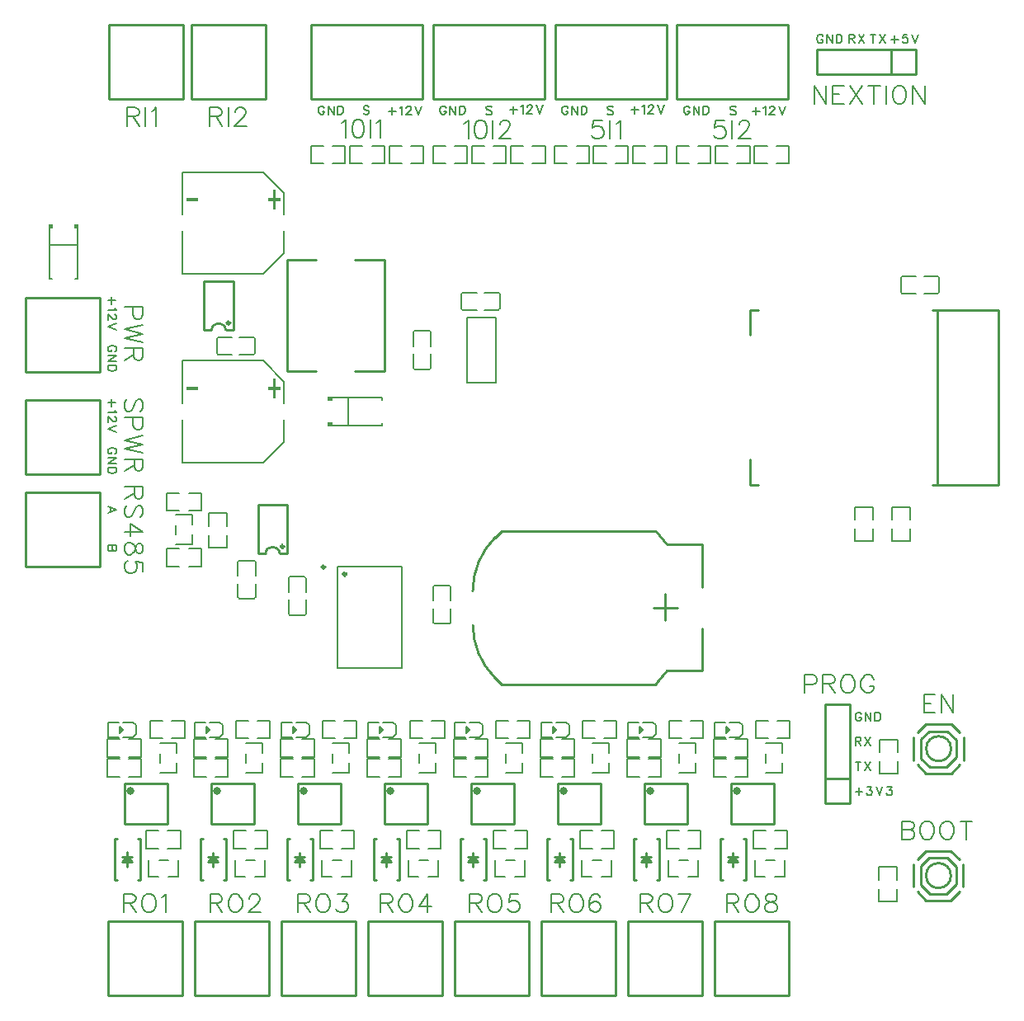
<source format=gto>
G04 Layer: TopSilkscreenLayer*
G04 EasyEDA Pro v2.2.40.8, 2025-08-06 11:59:20*
G04 Gerber Generator version 0.3*
G04 Scale: 100 percent, Rotated: No, Reflected: No*
G04 Dimensions in millimeters*
G04 Leading zeros omitted, absolute positions, 4 integers and 5 decimals*
G04 Generated by one-click*
%FSLAX45Y45*%
%MOMM*%
%ADD10C,0.203*%
%ADD11C,0.1524*%
%ADD12C,0.254*%
%ADD13C,0.4*%
%ADD14C,0.15001*%
%ADD15C,0.3040*%
%ADD16C,0.3*%
G75*


G04 Text Start*
G54D10*
G01X1060158Y-866318D02*
G01X1060158Y-1053008D01*
G01X1060158Y-866318D02*
G01X1140168Y-866318D01*
G01X1166838Y-875208D01*
G01X1175728Y-884098D01*
G01X1184618Y-901878D01*
G01X1184618Y-919658D01*
G01X1175728Y-937438D01*
G01X1166838Y-946328D01*
G01X1140168Y-955218D01*
G01X1060158Y-955218D01*
G01X1122388Y-955218D02*
G01X1184618Y-1053008D01*
G01X1247610Y-866318D02*
G01X1247610Y-1053008D01*
G01X1310602Y-901878D02*
G01X1328382Y-892988D01*
G01X1355052Y-866318D01*
G01X1355052Y-1053008D01*
G01X1910156Y-866318D02*
G01X1910156Y-1053008D01*
G01X1910156Y-866318D02*
G01X1990166Y-866318D01*
G01X2016836Y-875208D01*
G01X2025726Y-884098D01*
G01X2034616Y-901878D01*
G01X2034616Y-919658D01*
G01X2025726Y-937438D01*
G01X2016836Y-946328D01*
G01X1990166Y-955218D01*
G01X1910156Y-955218D01*
G01X1972386Y-955218D02*
G01X2034616Y-1053008D01*
G01X2097608Y-866318D02*
G01X2097608Y-1053008D01*
G01X2169490Y-910768D02*
G01X2169490Y-901878D01*
G01X2178380Y-884098D01*
G01X2187270Y-875208D01*
G01X2205050Y-866318D01*
G01X2240610Y-866318D01*
G01X2258390Y-875208D01*
G01X2267280Y-884098D01*
G01X2276170Y-901878D01*
G01X2276170Y-919658D01*
G01X2267280Y-937438D01*
G01X2249500Y-964108D01*
G01X2160600Y-1053008D01*
G01X2285060Y-1053008D01*
G01X8110144Y-640918D02*
G01X8110144Y-827608D01*
G01X8110144Y-640918D02*
G01X8234604Y-827608D01*
G01X8234604Y-640918D02*
G01X8234604Y-827608D01*
G01X8297596Y-640918D02*
G01X8297596Y-827608D01*
G01X8297596Y-640918D02*
G01X8413166Y-640918D01*
G01X8297596Y-729818D02*
G01X8368716Y-729818D01*
G01X8297596Y-827608D02*
G01X8413166Y-827608D01*
G01X8476158Y-640918D02*
G01X8600618Y-827608D01*
G01X8600618Y-640918D02*
G01X8476158Y-827608D01*
G01X8725840Y-640918D02*
G01X8725840Y-827608D01*
G01X8663610Y-640918D02*
G01X8788070Y-640918D01*
G01X8851062Y-640918D02*
G01X8851062Y-827608D01*
G01X8967394Y-640918D02*
G01X8949614Y-649808D01*
G01X8931834Y-667588D01*
G01X8922944Y-685368D01*
G01X8914054Y-712038D01*
G01X8914054Y-756488D01*
G01X8922944Y-783158D01*
G01X8931834Y-800938D01*
G01X8949614Y-818718D01*
G01X8967394Y-827608D01*
G01X9002954Y-827608D01*
G01X9020734Y-818718D01*
G01X9038514Y-800938D01*
G01X9047404Y-783158D01*
G01X9056294Y-756488D01*
G01X9056294Y-712038D01*
G01X9047404Y-685368D01*
G01X9038514Y-667588D01*
G01X9020734Y-649808D01*
G01X9002954Y-640918D01*
G01X8967394Y-640918D01*
G01X9119286Y-640918D02*
G01X9119286Y-827608D01*
G01X9119286Y-640918D02*
G01X9243746Y-827608D01*
G01X9243746Y-640918D02*
G01X9243746Y-827608D01*
G01X3260954Y-1026477D02*
G01X3278734Y-1017587D01*
G01X3305404Y-990917D01*
G01X3305404Y-1177607D01*
G01X3421736Y-990917D02*
G01X3395066Y-999807D01*
G01X3377286Y-1026477D01*
G01X3368396Y-1070927D01*
G01X3368396Y-1097597D01*
G01X3377286Y-1142047D01*
G01X3395066Y-1168717D01*
G01X3421736Y-1177607D01*
G01X3439516Y-1177607D01*
G01X3466186Y-1168717D01*
G01X3483966Y-1142047D01*
G01X3492856Y-1097597D01*
G01X3492856Y-1070927D01*
G01X3483966Y-1026477D01*
G01X3466186Y-999807D01*
G01X3439516Y-990917D01*
G01X3421736Y-990917D01*
G01X3555848Y-990917D02*
G01X3555848Y-1177607D01*
G01X3618840Y-1026477D02*
G01X3636620Y-1017587D01*
G01X3663290Y-990917D01*
G01X3663290Y-1177607D01*
G01X937882Y-2847238D02*
G01X863714Y-2847238D01*
G01X900798Y-2810154D02*
G01X900798Y-2884576D01*
G01X933818Y-2924708D02*
G01X937882Y-2932836D01*
G01X950328Y-2945282D01*
G01X863714Y-2945282D01*
G01X929754Y-2989478D02*
G01X933818Y-2989478D01*
G01X942200Y-2993542D01*
G01X946264Y-2997860D01*
G01X950328Y-3005988D01*
G01X950328Y-3022498D01*
G01X946264Y-3030880D01*
G01X942200Y-3034944D01*
G01X933818Y-3039008D01*
G01X925690Y-3039008D01*
G01X917308Y-3034944D01*
G01X904862Y-3026562D01*
G01X863714Y-2985414D01*
G01X863714Y-3043072D01*
G01X950328Y-3083204D02*
G01X863714Y-3116224D01*
G01X950328Y-3149244D02*
G01X863714Y-3116224D01*
G01X1024458Y-8940902D02*
G01X1024458Y-9127592D01*
G01X1024458Y-8940902D02*
G01X1104468Y-8940902D01*
G01X1131138Y-8949792D01*
G01X1140028Y-8958682D01*
G01X1148918Y-8976462D01*
G01X1148918Y-8994242D01*
G01X1140028Y-9012022D01*
G01X1131138Y-9020912D01*
G01X1104468Y-9029802D01*
G01X1024458Y-9029802D01*
G01X1086688Y-9029802D02*
G01X1148918Y-9127592D01*
G01X1265250Y-8940902D02*
G01X1247470Y-8949792D01*
G01X1229690Y-8967572D01*
G01X1220800Y-8985352D01*
G01X1211910Y-9012022D01*
G01X1211910Y-9056472D01*
G01X1220800Y-9083142D01*
G01X1229690Y-9100922D01*
G01X1247470Y-9118702D01*
G01X1265250Y-9127592D01*
G01X1300810Y-9127592D01*
G01X1318590Y-9118702D01*
G01X1336370Y-9100922D01*
G01X1345260Y-9083142D01*
G01X1354150Y-9056472D01*
G01X1354150Y-9012022D01*
G01X1345260Y-8985352D01*
G01X1336370Y-8967572D01*
G01X1318590Y-8949792D01*
G01X1300810Y-8940902D01*
G01X1265250Y-8940902D01*
G01X1417142Y-8976462D02*
G01X1434922Y-8967572D01*
G01X1461592Y-8940902D01*
G01X1461592Y-9127592D01*
G01X9235542Y-6890906D02*
G01X9235542Y-7077596D01*
G01X9235542Y-6890906D02*
G01X9351112Y-6890906D01*
G01X9235542Y-6979806D02*
G01X9306662Y-6979806D01*
G01X9235542Y-7077596D02*
G01X9351112Y-7077596D01*
G01X9414104Y-6890906D02*
G01X9414104Y-7077596D01*
G01X9414104Y-6890906D02*
G01X9538564Y-7077596D01*
G01X9538564Y-6890906D02*
G01X9538564Y-7077596D01*
G01X9010142Y-8190903D02*
G01X9010142Y-8377593D01*
G01X9010142Y-8190903D02*
G01X9090152Y-8190903D01*
G01X9116822Y-8199793D01*
G01X9125712Y-8208683D01*
G01X9134602Y-8226463D01*
G01X9134602Y-8244243D01*
G01X9125712Y-8262023D01*
G01X9116822Y-8270913D01*
G01X9090152Y-8279803D01*
G01X9010142Y-8279803D02*
G01X9090152Y-8279803D01*
G01X9116822Y-8288693D01*
G01X9125712Y-8297583D01*
G01X9134602Y-8315363D01*
G01X9134602Y-8342033D01*
G01X9125712Y-8359813D01*
G01X9116822Y-8368703D01*
G01X9090152Y-8377593D01*
G01X9010142Y-8377593D01*
G01X9250934Y-8190903D02*
G01X9233154Y-8199793D01*
G01X9215374Y-8217573D01*
G01X9206484Y-8235353D01*
G01X9197594Y-8262023D01*
G01X9197594Y-8306473D01*
G01X9206484Y-8333143D01*
G01X9215374Y-8350923D01*
G01X9233154Y-8368703D01*
G01X9250934Y-8377593D01*
G01X9286494Y-8377593D01*
G01X9304274Y-8368703D01*
G01X9322054Y-8350923D01*
G01X9330944Y-8333143D01*
G01X9339834Y-8306473D01*
G01X9339834Y-8262023D01*
G01X9330944Y-8235353D01*
G01X9322054Y-8217573D01*
G01X9304274Y-8199793D01*
G01X9286494Y-8190903D01*
G01X9250934Y-8190903D01*
G01X9456166Y-8190903D02*
G01X9438386Y-8199793D01*
G01X9420606Y-8217573D01*
G01X9411716Y-8235353D01*
G01X9402826Y-8262023D01*
G01X9402826Y-8306473D01*
G01X9411716Y-8333143D01*
G01X9420606Y-8350923D01*
G01X9438386Y-8368703D01*
G01X9456166Y-8377593D01*
G01X9491726Y-8377593D01*
G01X9509506Y-8368703D01*
G01X9527286Y-8350923D01*
G01X9536176Y-8333143D01*
G01X9545066Y-8306473D01*
G01X9545066Y-8262023D01*
G01X9536176Y-8235353D01*
G01X9527286Y-8217573D01*
G01X9509506Y-8199793D01*
G01X9491726Y-8190903D01*
G01X9456166Y-8190903D01*
G01X9670288Y-8190903D02*
G01X9670288Y-8377593D01*
G01X9608058Y-8190903D02*
G01X9732518Y-8190903D01*
G01X950328Y-5360149D02*
G01X863714Y-5360149D01*
G01X950328Y-5360149D02*
G01X950328Y-5397233D01*
G01X946264Y-5409679D01*
G01X942200Y-5413743D01*
G01X933818Y-5417807D01*
G01X925690Y-5417807D01*
G01X917308Y-5413743D01*
G01X913244Y-5409679D01*
G01X909180Y-5397233D01*
G01X909180Y-5360149D02*
G01X909180Y-5397233D01*
G01X904862Y-5409679D01*
G01X900798Y-5413743D01*
G01X892416Y-5417807D01*
G01X880224Y-5417807D01*
G01X871842Y-5413743D01*
G01X867778Y-5409679D01*
G01X863714Y-5397233D01*
G01X863714Y-5360149D01*
G01X1220178Y-2910154D02*
G01X1033488Y-2910154D01*
G01X1220178Y-2910154D02*
G01X1220178Y-2990164D01*
G01X1211288Y-3016834D01*
G01X1202398Y-3025724D01*
G01X1184618Y-3034614D01*
G01X1157948Y-3034614D01*
G01X1140168Y-3025724D01*
G01X1131278Y-3016834D01*
G01X1122388Y-2990164D01*
G01X1122388Y-2910154D01*
G01X1220178Y-3097606D02*
G01X1033488Y-3142056D01*
G01X1220178Y-3186506D02*
G01X1033488Y-3142056D01*
G01X1220178Y-3186506D02*
G01X1033488Y-3230956D01*
G01X1220178Y-3275406D02*
G01X1033488Y-3230956D01*
G01X1220178Y-3338398D02*
G01X1033488Y-3338398D01*
G01X1220178Y-3338398D02*
G01X1220178Y-3418408D01*
G01X1211288Y-3445078D01*
G01X1202398Y-3453968D01*
G01X1184618Y-3462858D01*
G01X1166838Y-3462858D01*
G01X1149058Y-3453968D01*
G01X1140168Y-3445078D01*
G01X1131278Y-3418408D01*
G01X1131278Y-3338398D01*
G01X1131278Y-3400628D02*
G01X1033488Y-3462858D01*
G01X929754Y-3372129D02*
G01X937882Y-3367811D01*
G01X946264Y-3359683D01*
G01X950328Y-3351301D01*
G01X950328Y-3334791D01*
G01X946264Y-3326663D01*
G01X937882Y-3318281D01*
G01X929754Y-3314217D01*
G01X917308Y-3310153D01*
G01X896734Y-3310153D01*
G01X884288Y-3314217D01*
G01X875906Y-3318281D01*
G01X867778Y-3326663D01*
G01X863714Y-3334791D01*
G01X863714Y-3351301D01*
G01X867778Y-3359683D01*
G01X875906Y-3367811D01*
G01X884288Y-3372129D01*
G01X896734Y-3372129D01*
G01X896734Y-3351301D02*
G01X896734Y-3372129D01*
G01X950328Y-3412261D02*
G01X863714Y-3412261D01*
G01X950328Y-3412261D02*
G01X863714Y-3469919D01*
G01X950328Y-3469919D02*
G01X863714Y-3469919D01*
G01X950328Y-3510051D02*
G01X863714Y-3510051D01*
G01X950328Y-3510051D02*
G01X950328Y-3539007D01*
G01X946264Y-3551199D01*
G01X937882Y-3559581D01*
G01X929754Y-3563645D01*
G01X917308Y-3567709D01*
G01X896734Y-3567709D01*
G01X884288Y-3563645D01*
G01X875906Y-3559581D01*
G01X867778Y-3551199D01*
G01X863714Y-3539007D01*
G01X863714Y-3510051D01*
G01X937882Y-3897236D02*
G01X863714Y-3897236D01*
G01X900798Y-3860152D02*
G01X900798Y-3934574D01*
G01X933818Y-3974706D02*
G01X937882Y-3982834D01*
G01X950328Y-3995280D01*
G01X863714Y-3995280D01*
G01X929754Y-4039476D02*
G01X933818Y-4039476D01*
G01X942200Y-4043540D01*
G01X946264Y-4047858D01*
G01X950328Y-4055986D01*
G01X950328Y-4072496D01*
G01X946264Y-4080878D01*
G01X942200Y-4084942D01*
G01X933818Y-4089006D01*
G01X925690Y-4089006D01*
G01X917308Y-4084942D01*
G01X904862Y-4076560D01*
G01X863714Y-4035412D01*
G01X863714Y-4093070D01*
G01X950328Y-4133202D02*
G01X863714Y-4166222D01*
G01X950328Y-4199242D02*
G01X863714Y-4166222D01*
G01X950328Y-4993170D02*
G01X863714Y-4960150D01*
G01X950328Y-4993170D02*
G01X863714Y-5026190D01*
G01X892416Y-4972596D02*
G01X892416Y-5013744D01*
G01X929754Y-4422127D02*
G01X937882Y-4417809D01*
G01X946264Y-4409681D01*
G01X950328Y-4401299D01*
G01X950328Y-4384789D01*
G01X946264Y-4376661D01*
G01X937882Y-4368279D01*
G01X929754Y-4364215D01*
G01X917308Y-4360151D01*
G01X896734Y-4360151D01*
G01X884288Y-4364215D01*
G01X875906Y-4368279D01*
G01X867778Y-4376661D01*
G01X863714Y-4384789D01*
G01X863714Y-4401299D01*
G01X867778Y-4409681D01*
G01X875906Y-4417809D01*
G01X884288Y-4422127D01*
G01X896734Y-4422127D01*
G01X896734Y-4401299D02*
G01X896734Y-4422127D01*
G01X950328Y-4462259D02*
G01X863714Y-4462259D01*
G01X950328Y-4462259D02*
G01X863714Y-4519917D01*
G01X950328Y-4519917D02*
G01X863714Y-4519917D01*
G01X950328Y-4560049D02*
G01X863714Y-4560049D01*
G01X950328Y-4560049D02*
G01X950328Y-4589005D01*
G01X946264Y-4601197D01*
G01X937882Y-4609579D01*
G01X929754Y-4613643D01*
G01X917308Y-4617707D01*
G01X896734Y-4617707D01*
G01X884288Y-4613643D01*
G01X875906Y-4609579D01*
G01X867778Y-4601197D01*
G01X863714Y-4589005D01*
G01X863714Y-4560049D01*
G01X1194308Y-3984612D02*
G01X1212088Y-3966832D01*
G01X1220978Y-3940162D01*
G01X1220978Y-3904602D01*
G01X1212088Y-3877932D01*
G01X1194308Y-3860152D01*
G01X1176528Y-3860152D01*
G01X1158748Y-3869042D01*
G01X1149858Y-3877932D01*
G01X1140968Y-3895712D01*
G01X1123188Y-3949052D01*
G01X1114298Y-3966832D01*
G01X1105408Y-3975722D01*
G01X1087628Y-3984612D01*
G01X1060958Y-3984612D01*
G01X1043178Y-3966832D01*
G01X1034288Y-3940162D01*
G01X1034288Y-3904602D01*
G01X1043178Y-3877932D01*
G01X1060958Y-3860152D01*
G01X1220978Y-4047604D02*
G01X1034288Y-4047604D01*
G01X1220978Y-4047604D02*
G01X1220978Y-4127614D01*
G01X1212088Y-4154284D01*
G01X1203198Y-4163174D01*
G01X1185418Y-4172064D01*
G01X1158748Y-4172064D01*
G01X1140968Y-4163174D01*
G01X1132078Y-4154284D01*
G01X1123188Y-4127614D01*
G01X1123188Y-4047604D01*
G01X1220978Y-4235056D02*
G01X1034288Y-4279506D01*
G01X1220978Y-4323956D02*
G01X1034288Y-4279506D01*
G01X1220978Y-4323956D02*
G01X1034288Y-4368406D01*
G01X1220978Y-4412856D02*
G01X1034288Y-4368406D01*
G01X1220978Y-4475848D02*
G01X1034288Y-4475848D01*
G01X1220978Y-4475848D02*
G01X1220978Y-4555858D01*
G01X1212088Y-4582528D01*
G01X1203198Y-4591418D01*
G01X1185418Y-4600308D01*
G01X1167638Y-4600308D01*
G01X1149858Y-4591418D01*
G01X1140968Y-4582528D01*
G01X1132078Y-4555858D01*
G01X1132078Y-4475848D01*
G01X1132078Y-4538078D02*
G01X1034288Y-4600308D01*
G01X1220978Y-4760150D02*
G01X1034288Y-4760150D01*
G01X1220978Y-4760150D02*
G01X1220978Y-4840160D01*
G01X1212088Y-4866830D01*
G01X1203198Y-4875720D01*
G01X1185418Y-4884610D01*
G01X1167638Y-4884610D01*
G01X1149858Y-4875720D01*
G01X1140968Y-4866830D01*
G01X1132078Y-4840160D01*
G01X1132078Y-4760150D01*
G01X1132078Y-4822380D02*
G01X1034288Y-4884610D01*
G01X1194308Y-5072062D02*
G01X1212088Y-5054282D01*
G01X1220978Y-5027612D01*
G01X1220978Y-4992052D01*
G01X1212088Y-4965382D01*
G01X1194308Y-4947602D01*
G01X1176528Y-4947602D01*
G01X1158748Y-4956492D01*
G01X1149858Y-4965382D01*
G01X1140968Y-4983162D01*
G01X1123188Y-5036502D01*
G01X1114298Y-5054282D01*
G01X1105408Y-5063172D01*
G01X1087628Y-5072062D01*
G01X1060958Y-5072062D01*
G01X1043178Y-5054282D01*
G01X1034288Y-5027612D01*
G01X1034288Y-4992052D01*
G01X1043178Y-4965382D01*
G01X1060958Y-4947602D01*
G01X1220978Y-5223954D02*
G01X1096518Y-5135054D01*
G01X1096518Y-5268404D01*
G01X1220978Y-5223954D02*
G01X1034288Y-5223954D01*
G01X1220978Y-5375846D02*
G01X1212088Y-5349176D01*
G01X1194308Y-5340286D01*
G01X1176528Y-5340286D01*
G01X1158748Y-5349176D01*
G01X1149858Y-5366956D01*
G01X1140968Y-5402516D01*
G01X1132078Y-5429186D01*
G01X1114298Y-5446966D01*
G01X1096518Y-5455856D01*
G01X1069848Y-5455856D01*
G01X1052068Y-5446966D01*
G01X1043178Y-5438076D01*
G01X1034288Y-5411406D01*
G01X1034288Y-5375846D01*
G01X1043178Y-5349176D01*
G01X1052068Y-5340286D01*
G01X1069848Y-5331396D01*
G01X1096518Y-5331396D01*
G01X1114298Y-5340286D01*
G01X1132078Y-5358066D01*
G01X1140968Y-5384736D01*
G01X1149858Y-5420296D01*
G01X1158748Y-5438076D01*
G01X1176528Y-5446966D01*
G01X1194308Y-5446966D01*
G01X1212088Y-5438076D01*
G01X1220978Y-5411406D01*
G01X1220978Y-5375846D01*
G01X1220978Y-5625528D02*
G01X1220978Y-5536628D01*
G01X1140968Y-5527738D01*
G01X1149858Y-5536628D01*
G01X1158748Y-5563298D01*
G01X1158748Y-5589968D01*
G01X1149858Y-5616638D01*
G01X1132078Y-5634418D01*
G01X1105408Y-5643308D01*
G01X1087628Y-5643308D01*
G01X1060958Y-5634418D01*
G01X1043178Y-5616638D01*
G01X1034288Y-5589968D01*
G01X1034288Y-5563298D01*
G01X1043178Y-5536628D01*
G01X1052068Y-5527738D01*
G01X1069848Y-5518848D01*
G01X8010144Y-6690906D02*
G01X8010144Y-6877596D01*
G01X8010144Y-6690906D02*
G01X8090154Y-6690906D01*
G01X8116824Y-6699796D01*
G01X8125714Y-6708686D01*
G01X8134604Y-6726466D01*
G01X8134604Y-6753136D01*
G01X8125714Y-6770916D01*
G01X8116824Y-6779806D01*
G01X8090154Y-6788696D01*
G01X8010144Y-6788696D01*
G01X8197596Y-6690906D02*
G01X8197596Y-6877596D01*
G01X8197596Y-6690906D02*
G01X8277606Y-6690906D01*
G01X8304276Y-6699796D01*
G01X8313166Y-6708686D01*
G01X8322056Y-6726466D01*
G01X8322056Y-6744246D01*
G01X8313166Y-6762026D01*
G01X8304276Y-6770916D01*
G01X8277606Y-6779806D01*
G01X8197596Y-6779806D01*
G01X8259826Y-6779806D02*
G01X8322056Y-6877596D01*
G01X8438388Y-6690906D02*
G01X8420608Y-6699796D01*
G01X8402828Y-6717576D01*
G01X8393938Y-6735356D01*
G01X8385048Y-6762026D01*
G01X8385048Y-6806476D01*
G01X8393938Y-6833146D01*
G01X8402828Y-6850926D01*
G01X8420608Y-6868706D01*
G01X8438388Y-6877596D01*
G01X8473948Y-6877596D01*
G01X8491728Y-6868706D01*
G01X8509508Y-6850926D01*
G01X8518398Y-6833146D01*
G01X8527288Y-6806476D01*
G01X8527288Y-6762026D01*
G01X8518398Y-6735356D01*
G01X8509508Y-6717576D01*
G01X8491728Y-6699796D01*
G01X8473948Y-6690906D01*
G01X8438388Y-6690906D01*
G01X8723630Y-6735356D02*
G01X8714740Y-6717576D01*
G01X8696960Y-6699796D01*
G01X8679180Y-6690906D01*
G01X8643620Y-6690906D01*
G01X8625840Y-6699796D01*
G01X8608060Y-6717576D01*
G01X8599170Y-6735356D01*
G01X8590280Y-6762026D01*
G01X8590280Y-6806476D01*
G01X8599170Y-6833146D01*
G01X8608060Y-6850926D01*
G01X8625840Y-6868706D01*
G01X8643620Y-6877596D01*
G01X8679180Y-6877596D01*
G01X8696960Y-6868706D01*
G01X8714740Y-6850926D01*
G01X8723630Y-6833146D01*
G01X8723630Y-6806476D01*
G01X8679180Y-6806476D02*
G01X8723630Y-6806476D01*
G01X3083197Y-871042D02*
G01X3078879Y-862914D01*
G01X3070751Y-854532D01*
G01X3062369Y-850468D01*
G01X3045859Y-850468D01*
G01X3037731Y-854532D01*
G01X3029349Y-862914D01*
G01X3025285Y-871042D01*
G01X3021221Y-883488D01*
G01X3021221Y-904062D01*
G01X3025285Y-916508D01*
G01X3029349Y-924890D01*
G01X3037731Y-933018D01*
G01X3045859Y-937082D01*
G01X3062369Y-937082D01*
G01X3070751Y-933018D01*
G01X3078879Y-924890D01*
G01X3083197Y-916508D01*
G01X3083197Y-904062D01*
G01X3062369Y-904062D02*
G01X3083197Y-904062D01*
G01X3123329Y-850468D02*
G01X3123329Y-937082D01*
G01X3123329Y-850468D02*
G01X3180987Y-937082D01*
G01X3180987Y-850468D02*
G01X3180987Y-937082D01*
G01X3221119Y-850468D02*
G01X3221119Y-937082D01*
G01X3221119Y-850468D02*
G01X3250075Y-850468D01*
G01X3262267Y-854532D01*
G01X3270649Y-862914D01*
G01X3274713Y-871042D01*
G01X3278777Y-883488D01*
G01X3278777Y-904062D01*
G01X3274713Y-916508D01*
G01X3270649Y-924890D01*
G01X3262267Y-933018D01*
G01X3250075Y-937082D01*
G01X3221119Y-937082D01*
G01X4333194Y-871042D02*
G01X4328876Y-862914D01*
G01X4320748Y-854532D01*
G01X4312366Y-850468D01*
G01X4295856Y-850468D01*
G01X4287728Y-854532D01*
G01X4279346Y-862914D01*
G01X4275282Y-871042D01*
G01X4271218Y-883488D01*
G01X4271218Y-904062D01*
G01X4275282Y-916508D01*
G01X4279346Y-924890D01*
G01X4287728Y-933018D01*
G01X4295856Y-937082D01*
G01X4312366Y-937082D01*
G01X4320748Y-933018D01*
G01X4328876Y-924890D01*
G01X4333194Y-916508D01*
G01X4333194Y-904062D01*
G01X4312366Y-904062D02*
G01X4333194Y-904062D01*
G01X4373326Y-850468D02*
G01X4373326Y-937082D01*
G01X4373326Y-850468D02*
G01X4430984Y-937082D01*
G01X4430984Y-850468D02*
G01X4430984Y-937082D01*
G01X4471116Y-850468D02*
G01X4471116Y-937082D01*
G01X4471116Y-850468D02*
G01X4500072Y-850468D01*
G01X4512264Y-854532D01*
G01X4520646Y-862914D01*
G01X4524710Y-871042D01*
G01X4528774Y-883488D01*
G01X4528774Y-904062D01*
G01X4524710Y-916508D01*
G01X4520646Y-924890D01*
G01X4512264Y-933018D01*
G01X4500072Y-937082D01*
G01X4471116Y-937082D01*
G01X5583192Y-871042D02*
G01X5578874Y-862914D01*
G01X5570746Y-854532D01*
G01X5562364Y-850468D01*
G01X5545854Y-850468D01*
G01X5537726Y-854532D01*
G01X5529344Y-862914D01*
G01X5525280Y-871042D01*
G01X5521216Y-883488D01*
G01X5521216Y-904062D01*
G01X5525280Y-916508D01*
G01X5529344Y-924890D01*
G01X5537726Y-933018D01*
G01X5545854Y-937082D01*
G01X5562364Y-937082D01*
G01X5570746Y-933018D01*
G01X5578874Y-924890D01*
G01X5583192Y-916508D01*
G01X5583192Y-904062D01*
G01X5562364Y-904062D02*
G01X5583192Y-904062D01*
G01X5623324Y-850468D02*
G01X5623324Y-937082D01*
G01X5623324Y-850468D02*
G01X5680982Y-937082D01*
G01X5680982Y-850468D02*
G01X5680982Y-937082D01*
G01X5721114Y-850468D02*
G01X5721114Y-937082D01*
G01X5721114Y-850468D02*
G01X5750070Y-850468D01*
G01X5762262Y-854532D01*
G01X5770644Y-862914D01*
G01X5774708Y-871042D01*
G01X5778772Y-883488D01*
G01X5778772Y-904062D01*
G01X5774708Y-916508D01*
G01X5770644Y-924890D01*
G01X5762262Y-933018D01*
G01X5750070Y-937082D01*
G01X5721114Y-937082D01*
G01X6833189Y-871042D02*
G01X6828871Y-862914D01*
G01X6820743Y-854532D01*
G01X6812361Y-850468D01*
G01X6795851Y-850468D01*
G01X6787723Y-854532D01*
G01X6779341Y-862914D01*
G01X6775277Y-871042D01*
G01X6771213Y-883488D01*
G01X6771213Y-904062D01*
G01X6775277Y-916508D01*
G01X6779341Y-924890D01*
G01X6787723Y-933018D01*
G01X6795851Y-937082D01*
G01X6812361Y-937082D01*
G01X6820743Y-933018D01*
G01X6828871Y-924890D01*
G01X6833189Y-916508D01*
G01X6833189Y-904062D01*
G01X6812361Y-904062D02*
G01X6833189Y-904062D01*
G01X6873321Y-850468D02*
G01X6873321Y-937082D01*
G01X6873321Y-850468D02*
G01X6930979Y-937082D01*
G01X6930979Y-850468D02*
G01X6930979Y-937082D01*
G01X6971111Y-850468D02*
G01X6971111Y-937082D01*
G01X6971111Y-850468D02*
G01X7000067Y-850468D01*
G01X7012259Y-854532D01*
G01X7020641Y-862914D01*
G01X7024705Y-871042D01*
G01X7028769Y-883488D01*
G01X7028769Y-904062D01*
G01X7024705Y-916508D01*
G01X7020641Y-924890D01*
G01X7012259Y-933018D01*
G01X7000067Y-937082D01*
G01X6971111Y-937082D01*
G01X3543211Y-861314D02*
G01X3535083Y-852932D01*
G01X3522637Y-848868D01*
G01X3506127Y-848868D01*
G01X3493681Y-852932D01*
G01X3485553Y-861314D01*
G01X3485553Y-869442D01*
G01X3489617Y-877824D01*
G01X3493681Y-881888D01*
G01X3502063Y-885952D01*
G01X3526701Y-894334D01*
G01X3535083Y-898398D01*
G01X3539147Y-902462D01*
G01X3543211Y-910844D01*
G01X3543211Y-923290D01*
G01X3535083Y-931418D01*
G01X3522637Y-935482D01*
G01X3506127Y-935482D01*
G01X3493681Y-931418D01*
G01X3485553Y-923290D01*
G01X4804034Y-864616D02*
G01X4795906Y-856234D01*
G01X4783460Y-852170D01*
G01X4766950Y-852170D01*
G01X4754504Y-856234D01*
G01X4746376Y-864616D01*
G01X4746376Y-872744D01*
G01X4750440Y-881126D01*
G01X4754504Y-885190D01*
G01X4762886Y-889254D01*
G01X4787524Y-897636D01*
G01X4795906Y-901700D01*
G01X4799970Y-905764D01*
G01X4804034Y-914146D01*
G01X4804034Y-926592D01*
G01X4795906Y-934720D01*
G01X4783460Y-938784D01*
G01X4766950Y-938784D01*
G01X4754504Y-934720D01*
G01X4746376Y-926592D01*
G01X6048634Y-864616D02*
G01X6040506Y-856234D01*
G01X6028060Y-852170D01*
G01X6011550Y-852170D01*
G01X5999104Y-856234D01*
G01X5990976Y-864616D01*
G01X5990976Y-872744D01*
G01X5995040Y-881126D01*
G01X5999104Y-885190D01*
G01X6007486Y-889254D01*
G01X6032124Y-897636D01*
G01X6040506Y-901700D01*
G01X6044570Y-905764D01*
G01X6048634Y-914146D01*
G01X6048634Y-926592D01*
G01X6040506Y-934720D01*
G01X6028060Y-938784D01*
G01X6011550Y-938784D01*
G01X5999104Y-934720D01*
G01X5990976Y-926592D01*
G01X7305934Y-864616D02*
G01X7297806Y-856234D01*
G01X7285360Y-852170D01*
G01X7268850Y-852170D01*
G01X7256404Y-856234D01*
G01X7248276Y-864616D01*
G01X7248276Y-872744D01*
G01X7252340Y-881126D01*
G01X7256404Y-885190D01*
G01X7264786Y-889254D01*
G01X7289424Y-897636D01*
G01X7297806Y-901700D01*
G01X7301870Y-905764D01*
G01X7305934Y-914146D01*
G01X7305934Y-926592D01*
G01X7297806Y-934720D01*
G01X7285360Y-938784D01*
G01X7268850Y-938784D01*
G01X7256404Y-934720D01*
G01X7248276Y-926592D01*
G01X3781044Y-864616D02*
G01X3781044Y-938784D01*
G01X3743960Y-901700D02*
G01X3818382Y-901700D01*
G01X3858514Y-868680D02*
G01X3866642Y-864616D01*
G01X3879088Y-852170D01*
G01X3879088Y-938784D01*
G01X3923284Y-872744D02*
G01X3923284Y-868680D01*
G01X3927348Y-860298D01*
G01X3931666Y-856234D01*
G01X3939794Y-852170D01*
G01X3956304Y-852170D01*
G01X3964686Y-856234D01*
G01X3968750Y-860298D01*
G01X3972814Y-868680D01*
G01X3972814Y-876808D01*
G01X3968750Y-885190D01*
G01X3960368Y-897636D01*
G01X3919220Y-938784D01*
G01X3976878Y-938784D01*
G01X4017010Y-852170D02*
G01X4050030Y-938784D01*
G01X4083050Y-852170D02*
G01X4050030Y-938784D01*
G01X5023744Y-851916D02*
G01X5023744Y-926084D01*
G01X4986660Y-889000D02*
G01X5061082Y-889000D01*
G01X5101214Y-855980D02*
G01X5109342Y-851916D01*
G01X5121788Y-839470D01*
G01X5121788Y-926084D01*
G01X5165984Y-860044D02*
G01X5165984Y-855980D01*
G01X5170048Y-847598D01*
G01X5174366Y-843534D01*
G01X5182494Y-839470D01*
G01X5199004Y-839470D01*
G01X5207386Y-843534D01*
G01X5211450Y-847598D01*
G01X5215514Y-855980D01*
G01X5215514Y-864108D01*
G01X5211450Y-872490D01*
G01X5203068Y-884936D01*
G01X5161920Y-926084D01*
G01X5219578Y-926084D01*
G01X5259710Y-839470D02*
G01X5292730Y-926084D01*
G01X5325750Y-839470D02*
G01X5292730Y-926084D01*
G01X6268344Y-851916D02*
G01X6268344Y-926084D01*
G01X6231260Y-889000D02*
G01X6305682Y-889000D01*
G01X6345814Y-855980D02*
G01X6353942Y-851916D01*
G01X6366388Y-839470D01*
G01X6366388Y-926084D01*
G01X6410584Y-860044D02*
G01X6410584Y-855980D01*
G01X6414648Y-847598D01*
G01X6418966Y-843534D01*
G01X6427094Y-839470D01*
G01X6443604Y-839470D01*
G01X6451986Y-843534D01*
G01X6456050Y-847598D01*
G01X6460114Y-855980D01*
G01X6460114Y-864108D01*
G01X6456050Y-872490D01*
G01X6447668Y-884936D01*
G01X6406520Y-926084D01*
G01X6464178Y-926084D01*
G01X6504310Y-839470D02*
G01X6537330Y-926084D01*
G01X6570350Y-839470D02*
G01X6537330Y-926084D01*
G01X7512944Y-864616D02*
G01X7512944Y-938784D01*
G01X7475860Y-901700D02*
G01X7550282Y-901700D01*
G01X7590414Y-868680D02*
G01X7598542Y-864616D01*
G01X7610988Y-852170D01*
G01X7610988Y-938784D01*
G01X7655184Y-872744D02*
G01X7655184Y-868680D01*
G01X7659248Y-860298D01*
G01X7663566Y-856234D01*
G01X7671694Y-852170D01*
G01X7688204Y-852170D01*
G01X7696586Y-856234D01*
G01X7700650Y-860298D01*
G01X7704714Y-868680D01*
G01X7704714Y-876808D01*
G01X7700650Y-885190D01*
G01X7692268Y-897636D01*
G01X7651120Y-938784D01*
G01X7708778Y-938784D01*
G01X7748910Y-852170D02*
G01X7781930Y-938784D01*
G01X7814950Y-852170D02*
G01X7781930Y-938784D01*
G01X4516506Y-1033780D02*
G01X4534286Y-1024890D01*
G01X4560956Y-998220D01*
G01X4560956Y-1184910D01*
G01X4677288Y-998220D02*
G01X4650618Y-1007110D01*
G01X4632838Y-1033780D01*
G01X4623948Y-1078230D01*
G01X4623948Y-1104900D01*
G01X4632838Y-1149350D01*
G01X4650618Y-1176020D01*
G01X4677288Y-1184910D01*
G01X4695068Y-1184910D01*
G01X4721738Y-1176020D01*
G01X4739518Y-1149350D01*
G01X4748408Y-1104900D01*
G01X4748408Y-1078230D01*
G01X4739518Y-1033780D01*
G01X4721738Y-1007110D01*
G01X4695068Y-998220D01*
G01X4677288Y-998220D01*
G01X4811400Y-998220D02*
G01X4811400Y-1184910D01*
G01X4883282Y-1042670D02*
G01X4883282Y-1033780D01*
G01X4892172Y-1016000D01*
G01X4901062Y-1007110D01*
G01X4918842Y-998220D01*
G01X4954402Y-998220D01*
G01X4972182Y-1007110D01*
G01X4981072Y-1016000D01*
G01X4989962Y-1033780D01*
G01X4989962Y-1051560D01*
G01X4981072Y-1069340D01*
G01X4963292Y-1096010D01*
G01X4874392Y-1184910D01*
G01X4998852Y-1184910D01*
G01X5933440Y-998220D02*
G01X5844540Y-998220D01*
G01X5835650Y-1078230D01*
G01X5844540Y-1069340D01*
G01X5871210Y-1060450D01*
G01X5897880Y-1060450D01*
G01X5924550Y-1069340D01*
G01X5942330Y-1087120D01*
G01X5951220Y-1113790D01*
G01X5951220Y-1131570D01*
G01X5942330Y-1158240D01*
G01X5924550Y-1176020D01*
G01X5897880Y-1184910D01*
G01X5871210Y-1184910D01*
G01X5844540Y-1176020D01*
G01X5835650Y-1167130D01*
G01X5826760Y-1149350D01*
G01X6014212Y-998220D02*
G01X6014212Y-1184910D01*
G01X6077204Y-1033780D02*
G01X6094984Y-1024890D01*
G01X6121654Y-998220D01*
G01X6121654Y-1184910D01*
G01X7188586Y-998220D02*
G01X7099686Y-998220D01*
G01X7090796Y-1078230D01*
G01X7099686Y-1069340D01*
G01X7126356Y-1060450D01*
G01X7153026Y-1060450D01*
G01X7179696Y-1069340D01*
G01X7197476Y-1087120D01*
G01X7206366Y-1113790D01*
G01X7206366Y-1131570D01*
G01X7197476Y-1158240D01*
G01X7179696Y-1176020D01*
G01X7153026Y-1184910D01*
G01X7126356Y-1184910D01*
G01X7099686Y-1176020D01*
G01X7090796Y-1167130D01*
G01X7081906Y-1149350D01*
G01X7269358Y-998220D02*
G01X7269358Y-1184910D01*
G01X7341240Y-1042670D02*
G01X7341240Y-1033780D01*
G01X7350130Y-1016000D01*
G01X7359020Y-1007110D01*
G01X7376800Y-998220D01*
G01X7412360Y-998220D01*
G01X7430140Y-1007110D01*
G01X7439030Y-1016000D01*
G01X7447920Y-1033780D01*
G01X7447920Y-1051560D01*
G01X7439030Y-1069340D01*
G01X7421250Y-1096010D01*
G01X7332350Y-1184910D01*
G01X7456810Y-1184910D01*
G01X1912003Y-8943302D02*
G01X1912003Y-9129992D01*
G01X1912003Y-8943302D02*
G01X1992013Y-8943302D01*
G01X2018683Y-8952192D01*
G01X2027573Y-8961082D01*
G01X2036463Y-8978862D01*
G01X2036463Y-8996642D01*
G01X2027573Y-9014422D01*
G01X2018683Y-9023312D01*
G01X1992013Y-9032202D01*
G01X1912003Y-9032202D01*
G01X1974233Y-9032202D02*
G01X2036463Y-9129992D01*
G01X2152795Y-8943302D02*
G01X2135015Y-8952192D01*
G01X2117235Y-8969972D01*
G01X2108345Y-8987752D01*
G01X2099455Y-9014422D01*
G01X2099455Y-9058872D01*
G01X2108345Y-9085542D01*
G01X2117235Y-9103322D01*
G01X2135015Y-9121102D01*
G01X2152795Y-9129992D01*
G01X2188355Y-9129992D01*
G01X2206135Y-9121102D01*
G01X2223915Y-9103322D01*
G01X2232805Y-9085542D01*
G01X2241695Y-9058872D01*
G01X2241695Y-9014422D01*
G01X2232805Y-8987752D01*
G01X2223915Y-8969972D01*
G01X2206135Y-8952192D01*
G01X2188355Y-8943302D01*
G01X2152795Y-8943302D01*
G01X2313577Y-8987752D02*
G01X2313577Y-8978862D01*
G01X2322467Y-8961082D01*
G01X2331357Y-8952192D01*
G01X2349137Y-8943302D01*
G01X2384697Y-8943302D01*
G01X2402477Y-8952192D01*
G01X2411367Y-8961082D01*
G01X2420257Y-8978862D01*
G01X2420257Y-8996642D01*
G01X2411367Y-9014422D01*
G01X2393587Y-9041092D01*
G01X2304687Y-9129992D01*
G01X2429147Y-9129992D01*
G01X2812001Y-8943302D02*
G01X2812001Y-9129992D01*
G01X2812001Y-8943302D02*
G01X2892011Y-8943302D01*
G01X2918681Y-8952192D01*
G01X2927571Y-8961082D01*
G01X2936461Y-8978862D01*
G01X2936461Y-8996642D01*
G01X2927571Y-9014422D01*
G01X2918681Y-9023312D01*
G01X2892011Y-9032202D01*
G01X2812001Y-9032202D01*
G01X2874231Y-9032202D02*
G01X2936461Y-9129992D01*
G01X3052793Y-8943302D02*
G01X3035013Y-8952192D01*
G01X3017233Y-8969972D01*
G01X3008343Y-8987752D01*
G01X2999453Y-9014422D01*
G01X2999453Y-9058872D01*
G01X3008343Y-9085542D01*
G01X3017233Y-9103322D01*
G01X3035013Y-9121102D01*
G01X3052793Y-9129992D01*
G01X3088353Y-9129992D01*
G01X3106133Y-9121102D01*
G01X3123913Y-9103322D01*
G01X3132803Y-9085542D01*
G01X3141693Y-9058872D01*
G01X3141693Y-9014422D01*
G01X3132803Y-8987752D01*
G01X3123913Y-8969972D01*
G01X3106133Y-8952192D01*
G01X3088353Y-8943302D01*
G01X3052793Y-8943302D01*
G01X3222465Y-8943302D02*
G01X3320255Y-8943302D01*
G01X3266915Y-9014422D01*
G01X3293585Y-9014422D01*
G01X3311365Y-9023312D01*
G01X3320255Y-9032202D01*
G01X3329145Y-9058872D01*
G01X3329145Y-9076652D01*
G01X3320255Y-9103322D01*
G01X3302475Y-9121102D01*
G01X3275805Y-9129992D01*
G01X3249135Y-9129992D01*
G01X3222465Y-9121102D01*
G01X3213575Y-9112212D01*
G01X3204685Y-9094432D01*
G01X3661999Y-8943302D02*
G01X3661999Y-9129992D01*
G01X3661999Y-8943302D02*
G01X3742009Y-8943302D01*
G01X3768679Y-8952192D01*
G01X3777569Y-8961082D01*
G01X3786459Y-8978862D01*
G01X3786459Y-8996642D01*
G01X3777569Y-9014422D01*
G01X3768679Y-9023312D01*
G01X3742009Y-9032202D01*
G01X3661999Y-9032202D01*
G01X3724229Y-9032202D02*
G01X3786459Y-9129992D01*
G01X3902791Y-8943302D02*
G01X3885011Y-8952192D01*
G01X3867231Y-8969972D01*
G01X3858341Y-8987752D01*
G01X3849451Y-9014422D01*
G01X3849451Y-9058872D01*
G01X3858341Y-9085542D01*
G01X3867231Y-9103322D01*
G01X3885011Y-9121102D01*
G01X3902791Y-9129992D01*
G01X3938351Y-9129992D01*
G01X3956131Y-9121102D01*
G01X3973911Y-9103322D01*
G01X3982801Y-9085542D01*
G01X3991691Y-9058872D01*
G01X3991691Y-9014422D01*
G01X3982801Y-8987752D01*
G01X3973911Y-8969972D01*
G01X3956131Y-8952192D01*
G01X3938351Y-8943302D01*
G01X3902791Y-8943302D01*
G01X4143583Y-8943302D02*
G01X4054683Y-9067762D01*
G01X4188033Y-9067762D01*
G01X4143583Y-8943302D02*
G01X4143583Y-9129992D01*
G01X4574451Y-8940902D02*
G01X4574451Y-9127592D01*
G01X4574451Y-8940902D02*
G01X4654461Y-8940902D01*
G01X4681131Y-8949792D01*
G01X4690021Y-8958682D01*
G01X4698911Y-8976462D01*
G01X4698911Y-8994242D01*
G01X4690021Y-9012022D01*
G01X4681131Y-9020912D01*
G01X4654461Y-9029802D01*
G01X4574451Y-9029802D01*
G01X4636681Y-9029802D02*
G01X4698911Y-9127592D01*
G01X4815243Y-8940902D02*
G01X4797463Y-8949792D01*
G01X4779683Y-8967572D01*
G01X4770793Y-8985352D01*
G01X4761903Y-9012022D01*
G01X4761903Y-9056472D01*
G01X4770793Y-9083142D01*
G01X4779683Y-9100922D01*
G01X4797463Y-9118702D01*
G01X4815243Y-9127592D01*
G01X4850803Y-9127592D01*
G01X4868583Y-9118702D01*
G01X4886363Y-9100922D01*
G01X4895253Y-9083142D01*
G01X4904143Y-9056472D01*
G01X4904143Y-9012022D01*
G01X4895253Y-8985352D01*
G01X4886363Y-8967572D01*
G01X4868583Y-8949792D01*
G01X4850803Y-8940902D01*
G01X4815243Y-8940902D01*
G01X5073815Y-8940902D02*
G01X4984915Y-8940902D01*
G01X4976025Y-9020912D01*
G01X4984915Y-9012022D01*
G01X5011585Y-9003132D01*
G01X5038255Y-9003132D01*
G01X5064925Y-9012022D01*
G01X5082705Y-9029802D01*
G01X5091595Y-9056472D01*
G01X5091595Y-9074252D01*
G01X5082705Y-9100922D01*
G01X5064925Y-9118702D01*
G01X5038255Y-9127592D01*
G01X5011585Y-9127592D01*
G01X4984915Y-9118702D01*
G01X4976025Y-9109812D01*
G01X4967135Y-9092032D01*
G01X5411996Y-8943302D02*
G01X5411996Y-9129992D01*
G01X5411996Y-8943302D02*
G01X5492006Y-8943302D01*
G01X5518676Y-8952192D01*
G01X5527566Y-8961082D01*
G01X5536456Y-8978862D01*
G01X5536456Y-8996642D01*
G01X5527566Y-9014422D01*
G01X5518676Y-9023312D01*
G01X5492006Y-9032202D01*
G01X5411996Y-9032202D01*
G01X5474226Y-9032202D02*
G01X5536456Y-9129992D01*
G01X5652788Y-8943302D02*
G01X5635008Y-8952192D01*
G01X5617228Y-8969972D01*
G01X5608338Y-8987752D01*
G01X5599448Y-9014422D01*
G01X5599448Y-9058872D01*
G01X5608338Y-9085542D01*
G01X5617228Y-9103322D01*
G01X5635008Y-9121102D01*
G01X5652788Y-9129992D01*
G01X5688348Y-9129992D01*
G01X5706128Y-9121102D01*
G01X5723908Y-9103322D01*
G01X5732798Y-9085542D01*
G01X5741688Y-9058872D01*
G01X5741688Y-9014422D01*
G01X5732798Y-8987752D01*
G01X5723908Y-8969972D01*
G01X5706128Y-8952192D01*
G01X5688348Y-8943302D01*
G01X5652788Y-8943302D01*
G01X5911360Y-8969972D02*
G01X5902470Y-8952192D01*
G01X5875800Y-8943302D01*
G01X5858020Y-8943302D01*
G01X5831350Y-8952192D01*
G01X5813570Y-8978862D01*
G01X5804680Y-9023312D01*
G01X5804680Y-9067762D01*
G01X5813570Y-9103322D01*
G01X5831350Y-9121102D01*
G01X5858020Y-9129992D01*
G01X5866910Y-9129992D01*
G01X5893580Y-9121102D01*
G01X5911360Y-9103322D01*
G01X5920250Y-9076652D01*
G01X5920250Y-9067762D01*
G01X5911360Y-9041092D01*
G01X5893580Y-9023312D01*
G01X5866910Y-9014422D01*
G01X5858020Y-9014422D01*
G01X5831350Y-9023312D01*
G01X5813570Y-9041092D01*
G01X5804680Y-9067762D01*
G01X6324448Y-8940902D02*
G01X6324448Y-9127592D01*
G01X6324448Y-8940902D02*
G01X6404458Y-8940902D01*
G01X6431128Y-8949792D01*
G01X6440018Y-8958682D01*
G01X6448908Y-8976462D01*
G01X6448908Y-8994242D01*
G01X6440018Y-9012022D01*
G01X6431128Y-9020912D01*
G01X6404458Y-9029802D01*
G01X6324448Y-9029802D01*
G01X6386678Y-9029802D02*
G01X6448908Y-9127592D01*
G01X6565240Y-8940902D02*
G01X6547460Y-8949792D01*
G01X6529680Y-8967572D01*
G01X6520790Y-8985352D01*
G01X6511900Y-9012022D01*
G01X6511900Y-9056472D01*
G01X6520790Y-9083142D01*
G01X6529680Y-9100922D01*
G01X6547460Y-9118702D01*
G01X6565240Y-9127592D01*
G01X6600800Y-9127592D01*
G01X6618580Y-9118702D01*
G01X6636360Y-9100922D01*
G01X6645250Y-9083142D01*
G01X6654140Y-9056472D01*
G01X6654140Y-9012022D01*
G01X6645250Y-8985352D01*
G01X6636360Y-8967572D01*
G01X6618580Y-8949792D01*
G01X6600800Y-8940902D01*
G01X6565240Y-8940902D01*
G01X6841592Y-8940902D02*
G01X6752692Y-9127592D01*
G01X6717132Y-8940902D02*
G01X6841592Y-8940902D01*
G01X7211992Y-8943302D02*
G01X7211992Y-9129992D01*
G01X7211992Y-8943302D02*
G01X7292002Y-8943302D01*
G01X7318672Y-8952192D01*
G01X7327562Y-8961082D01*
G01X7336452Y-8978862D01*
G01X7336452Y-8996642D01*
G01X7327562Y-9014422D01*
G01X7318672Y-9023312D01*
G01X7292002Y-9032202D01*
G01X7211992Y-9032202D01*
G01X7274222Y-9032202D02*
G01X7336452Y-9129992D01*
G01X7452784Y-8943302D02*
G01X7435004Y-8952192D01*
G01X7417224Y-8969972D01*
G01X7408334Y-8987752D01*
G01X7399444Y-9014422D01*
G01X7399444Y-9058872D01*
G01X7408334Y-9085542D01*
G01X7417224Y-9103322D01*
G01X7435004Y-9121102D01*
G01X7452784Y-9129992D01*
G01X7488344Y-9129992D01*
G01X7506124Y-9121102D01*
G01X7523904Y-9103322D01*
G01X7532794Y-9085542D01*
G01X7541684Y-9058872D01*
G01X7541684Y-9014422D01*
G01X7532794Y-8987752D01*
G01X7523904Y-8969972D01*
G01X7506124Y-8952192D01*
G01X7488344Y-8943302D01*
G01X7452784Y-8943302D01*
G01X7649126Y-8943302D02*
G01X7622456Y-8952192D01*
G01X7613566Y-8969972D01*
G01X7613566Y-8987752D01*
G01X7622456Y-9005532D01*
G01X7640236Y-9014422D01*
G01X7675796Y-9023312D01*
G01X7702466Y-9032202D01*
G01X7720246Y-9049982D01*
G01X7729136Y-9067762D01*
G01X7729136Y-9094432D01*
G01X7720246Y-9112212D01*
G01X7711356Y-9121102D01*
G01X7684686Y-9129992D01*
G01X7649126Y-9129992D01*
G01X7622456Y-9121102D01*
G01X7613566Y-9112212D01*
G01X7604676Y-9094432D01*
G01X7604676Y-9067762D01*
G01X7613566Y-9049982D01*
G01X7631346Y-9032202D01*
G01X7658016Y-9023312D01*
G01X7693576Y-9014422D01*
G01X7711356Y-9005532D01*
G01X7720246Y-8987752D01*
G01X7720246Y-8969972D01*
G01X7711356Y-8952192D01*
G01X7684686Y-8943302D01*
G01X7649126Y-8943302D01*
G01X8200136Y-136144D02*
G01X8195818Y-128016D01*
G01X8187690Y-119634D01*
G01X8179308Y-115570D01*
G01X8162798Y-115570D01*
G01X8154670Y-119634D01*
G01X8146288Y-128016D01*
G01X8142224Y-136144D01*
G01X8138160Y-148590D01*
G01X8138160Y-169164D01*
G01X8142224Y-181610D01*
G01X8146288Y-189992D01*
G01X8154670Y-198120D01*
G01X8162798Y-202184D01*
G01X8179308Y-202184D01*
G01X8187690Y-198120D01*
G01X8195818Y-189992D01*
G01X8200136Y-181610D01*
G01X8200136Y-169164D01*
G01X8179308Y-169164D02*
G01X8200136Y-169164D01*
G01X8240268Y-115570D02*
G01X8240268Y-202184D01*
G01X8240268Y-115570D02*
G01X8297926Y-202184D01*
G01X8297926Y-115570D02*
G01X8297926Y-202184D01*
G01X8338058Y-115570D02*
G01X8338058Y-202184D01*
G01X8338058Y-115570D02*
G01X8367014Y-115570D01*
G01X8379206Y-119634D01*
G01X8387588Y-128016D01*
G01X8391652Y-136144D01*
G01X8395716Y-148590D01*
G01X8395716Y-169164D01*
G01X8391652Y-181610D01*
G01X8387588Y-189992D01*
G01X8379206Y-198120D01*
G01X8367014Y-202184D01*
G01X8338058Y-202184D01*
G01X8468360Y-115570D02*
G01X8468360Y-202184D01*
G01X8468360Y-115570D02*
G01X8505444Y-115570D01*
G01X8517890Y-119634D01*
G01X8521954Y-123698D01*
G01X8526018Y-132080D01*
G01X8526018Y-140208D01*
G01X8521954Y-148590D01*
G01X8517890Y-152654D01*
G01X8505444Y-156718D01*
G01X8468360Y-156718D01*
G01X8497316Y-156718D02*
G01X8526018Y-202184D01*
G01X8566150Y-115570D02*
G01X8623808Y-202184D01*
G01X8623808Y-115570D02*
G01X8566150Y-202184D01*
G01X8714237Y-115570D02*
G01X8714237Y-202184D01*
G01X8685281Y-115570D02*
G01X8742939Y-115570D01*
G01X8783071Y-115570D02*
G01X8840729Y-202184D01*
G01X8840729Y-115570D02*
G01X8783071Y-202184D01*
G01X8938011Y-128016D02*
G01X8938011Y-202184D01*
G01X8900927Y-165100D02*
G01X8975349Y-165100D01*
G01X9065011Y-115570D02*
G01X9023609Y-115570D01*
G01X9019545Y-152654D01*
G01X9023609Y-148590D01*
G01X9036055Y-144526D01*
G01X9048501Y-144526D01*
G01X9060947Y-148590D01*
G01X9069075Y-156718D01*
G01X9073139Y-169164D01*
G01X9073139Y-177546D01*
G01X9069075Y-189992D01*
G01X9060947Y-198120D01*
G01X9048501Y-202184D01*
G01X9036055Y-202184D01*
G01X9023609Y-198120D01*
G01X9019545Y-194056D01*
G01X9015481Y-185674D01*
G01X9113271Y-115570D02*
G01X9146291Y-202184D01*
G01X9179311Y-115570D02*
G01X9146291Y-202184D01*
G01X8594603Y-7095744D02*
G01X8590285Y-7087616D01*
G01X8582157Y-7079234D01*
G01X8573775Y-7075170D01*
G01X8557265Y-7075170D01*
G01X8549137Y-7079234D01*
G01X8540755Y-7087616D01*
G01X8536691Y-7095744D01*
G01X8532627Y-7108190D01*
G01X8532627Y-7128764D01*
G01X8536691Y-7141210D01*
G01X8540755Y-7149592D01*
G01X8549137Y-7157720D01*
G01X8557265Y-7161784D01*
G01X8573775Y-7161784D01*
G01X8582157Y-7157720D01*
G01X8590285Y-7149592D01*
G01X8594603Y-7141210D01*
G01X8594603Y-7128764D01*
G01X8573775Y-7128764D02*
G01X8594603Y-7128764D01*
G01X8634735Y-7075170D02*
G01X8634735Y-7161784D01*
G01X8634735Y-7075170D02*
G01X8692393Y-7161784D01*
G01X8692393Y-7075170D02*
G01X8692393Y-7161784D01*
G01X8732525Y-7075170D02*
G01X8732525Y-7161784D01*
G01X8732525Y-7075170D02*
G01X8761481Y-7075170D01*
G01X8773673Y-7079234D01*
G01X8782055Y-7087616D01*
G01X8786119Y-7095744D01*
G01X8790183Y-7108190D01*
G01X8790183Y-7128764D01*
G01X8786119Y-7141210D01*
G01X8782055Y-7149592D01*
G01X8773673Y-7157720D01*
G01X8761481Y-7161784D01*
G01X8732525Y-7161784D01*
G01X8569711Y-7849616D02*
G01X8569711Y-7923784D01*
G01X8532627Y-7886700D02*
G01X8607049Y-7886700D01*
G01X8655309Y-7837170D02*
G01X8700775Y-7837170D01*
G01X8676137Y-7870190D01*
G01X8688329Y-7870190D01*
G01X8696711Y-7874254D01*
G01X8700775Y-7878318D01*
G01X8704839Y-7890764D01*
G01X8704839Y-7899146D01*
G01X8700775Y-7911592D01*
G01X8692647Y-7919720D01*
G01X8680201Y-7923784D01*
G01X8667755Y-7923784D01*
G01X8655309Y-7919720D01*
G01X8651245Y-7915656D01*
G01X8647181Y-7907274D01*
G01X8744971Y-7837170D02*
G01X8777991Y-7923784D01*
G01X8811011Y-7837170D02*
G01X8777991Y-7923784D01*
G01X8859271Y-7837170D02*
G01X8904737Y-7837170D01*
G01X8880099Y-7870190D01*
G01X8892291Y-7870190D01*
G01X8900673Y-7874254D01*
G01X8904737Y-7878318D01*
G01X8908801Y-7890764D01*
G01X8908801Y-7899146D01*
G01X8904737Y-7911592D01*
G01X8896609Y-7919720D01*
G01X8884163Y-7923784D01*
G01X8871717Y-7923784D01*
G01X8859271Y-7919720D01*
G01X8855207Y-7915656D01*
G01X8851143Y-7907274D01*
G01X8531860Y-7329170D02*
G01X8531860Y-7415784D01*
G01X8531860Y-7329170D02*
G01X8568944Y-7329170D01*
G01X8581390Y-7333234D01*
G01X8585454Y-7337298D01*
G01X8589518Y-7345680D01*
G01X8589518Y-7353808D01*
G01X8585454Y-7362190D01*
G01X8581390Y-7366254D01*
G01X8568944Y-7370318D01*
G01X8531860Y-7370318D01*
G01X8560816Y-7370318D02*
G01X8589518Y-7415784D01*
G01X8629650Y-7329170D02*
G01X8687308Y-7415784D01*
G01X8687308Y-7329170D02*
G01X8629650Y-7415784D01*
G01X8561837Y-7583170D02*
G01X8561837Y-7669784D01*
G01X8532881Y-7583170D02*
G01X8590539Y-7583170D01*
G01X8630671Y-7583170D02*
G01X8688329Y-7669784D01*
G01X8688329Y-7583170D02*
G01X8630671Y-7669784D01*
G04 Text End*

G04 PolygonModel Start*
G54D11*
G01X9014020Y-2776800D02*
G01X9155020Y-2776800D01*
G01X9155020Y-2596079D02*
G01X9014020Y-2596079D01*
G01X8998780Y-2611319D02*
G01X8998780Y-2761560D01*
G01X9376259Y-2776800D02*
G01X9235259Y-2776800D01*
G01X9235259Y-2596079D02*
G01X9376259Y-2596079D01*
G01X9391499Y-2611319D02*
G01X9391499Y-2761560D01*
G01X9014020Y-2596079D02*
G03X8998780Y-2611319I0J-15240D01*
G01X8998780Y-2761560D02*
G03X9014020Y-2776800I15240J0D01*
G01X9376259Y-2596079D02*
G02X9391499Y-2611319I0J-15240D01*
G01X9391499Y-2761560D02*
G02X9376259Y-2776800I-15240J0D01*
G54D12*
G01X10004592Y-4742147D02*
G01X9358002Y-4742147D01*
G01X10004592Y-2942146D02*
G01X9359594Y-2942146D01*
G01X10004592Y-4742147D02*
G01X10004592Y-2942146D01*
G01X9376196Y-4742147D02*
G01X9376196Y-2942146D01*
G01X9325310Y-4743847D02*
G01X9376196Y-4743847D01*
G01X7454594Y-4481762D02*
G01X7454594Y-4743847D01*
G01X7454594Y-4743847D02*
G01X7538074Y-4743847D01*
G01X7538074Y-2942146D02*
G01X7454594Y-2942146D01*
G01X7454594Y-2942146D02*
G01X7454594Y-3202534D01*
G01X9376196Y-2942146D02*
G01X9325310Y-2942146D01*
G01X1635697Y-780999D02*
G01X1635697Y-18999D01*
G01X1635697Y-18999D02*
G01X873697Y-18999D01*
G01X873697Y-18999D02*
G01X873697Y-780999D01*
G01X873697Y-780999D02*
G01X1635697Y-780999D01*
G01X2485695Y-780999D02*
G01X2485695Y-18999D01*
G01X2485695Y-18999D02*
G01X1723695Y-18999D01*
G01X1723695Y-18999D02*
G01X1723695Y-780999D01*
G01X1723695Y-780999D02*
G01X2485695Y-780999D01*
G54D11*
G01X1627373Y-2135238D02*
G01X1627373Y-2572619D01*
G01X1627373Y-2572619D02*
G01X2458994Y-2572619D01*
G01X2458994Y-2572619D02*
G01X2672618Y-2358995D01*
G01X2672618Y-2358995D02*
G01X2672618Y-2135238D01*
G01X1627373Y-1964753D02*
G01X1627373Y-1527373D01*
G01X1627373Y-1527373D02*
G01X2458994Y-1527373D01*
G01X2458994Y-1527373D02*
G01X2672618Y-1740997D01*
G01X2672618Y-1740997D02*
G01X2672618Y-1964753D01*
G36*
G01X1665895Y-1828546D02*
G01X1665895Y-1797647D01*
G01X1789496Y-1797647D01*
G01X1789496Y-1828546D01*
G01X1665895Y-1828546D01*
G37*
G36*
G01X2634097Y-1828546D02*
G01X2634097Y-1797647D01*
G01X2510495Y-1797647D01*
G01X2510495Y-1828546D01*
G01X2634097Y-1828546D01*
G37*
G36*
G01X2587747Y-1916095D02*
G01X2587747Y-1710096D01*
G01X2556845Y-1710096D01*
G01X2556845Y-1916095D01*
G01X2587747Y-1916095D01*
G37*
G01X1627373Y-4073334D02*
G01X1627373Y-4510715D01*
G01X1627373Y-4510715D02*
G01X2458994Y-4510715D01*
G01X2458994Y-4510715D02*
G01X2672618Y-4297091D01*
G01X2672618Y-4297091D02*
G01X2672618Y-4073334D01*
G01X1627373Y-3902850D02*
G01X1627373Y-3465469D01*
G01X1627373Y-3465469D02*
G01X2458994Y-3465469D01*
G01X2458994Y-3465469D02*
G01X2672618Y-3679093D01*
G01X2672618Y-3679093D02*
G01X2672618Y-3902850D01*
G36*
G01X1665895Y-3766642D02*
G01X1665895Y-3735743D01*
G01X1789496Y-3735743D01*
G01X1789496Y-3766642D01*
G01X1665895Y-3766642D01*
G37*
G36*
G01X2634097Y-3766642D02*
G01X2634097Y-3735743D01*
G01X2510495Y-3735743D01*
G01X2510495Y-3766642D01*
G01X2634097Y-3766642D01*
G37*
G36*
G01X2587747Y-3854191D02*
G01X2587747Y-3648192D01*
G01X2556845Y-3648192D01*
G01X2556845Y-3854191D01*
G01X2587747Y-3854191D01*
G37*
G01X2356515Y-3223133D02*
G01X2215515Y-3223133D01*
G01X2215515Y-3403854D02*
G01X2356515Y-3403854D01*
G01X2371755Y-3388614D02*
G01X2371755Y-3238373D01*
G01X1994276Y-3223133D02*
G01X2135276Y-3223133D01*
G01X2135276Y-3403854D02*
G01X1994276Y-3403854D01*
G01X1979036Y-3388614D02*
G01X1979036Y-3238373D01*
G01X2356515Y-3403854D02*
G03X2371755Y-3388614I0J15240D01*
G01X2371755Y-3238373D02*
G03X2356515Y-3223133I-15240J0D01*
G01X1994276Y-3403854D02*
G02X1979036Y-3388614I0J15240D01*
G01X1979036Y-3238373D02*
G02X1994276Y-3223133I15240J0D01*
G01X4177333Y-3536752D02*
G01X4177333Y-3395751D01*
G01X3996612Y-3395751D02*
G01X3996612Y-3536752D01*
G01X4011852Y-3551992D02*
G01X4162093Y-3551992D01*
G01X4177333Y-3174512D02*
G01X4177333Y-3315513D01*
G01X3996612Y-3315513D02*
G01X3996612Y-3174512D01*
G01X4011852Y-3159272D02*
G01X4162093Y-3159272D01*
G01X3996612Y-3536752D02*
G03X4011852Y-3551992I15240J0D01*
G01X4162093Y-3551992D02*
G03X4177333Y-3536752I0J15240D01*
G01X3996612Y-3174512D02*
G02X4011852Y-3159272I15240J0D01*
G01X4162093Y-3159272D02*
G02X4177333Y-3174512I0J-15240D01*
G01X4868092Y-2765271D02*
G01X4727092Y-2765271D01*
G01X4727092Y-2945992D02*
G01X4868092Y-2945992D01*
G01X4883332Y-2930752D02*
G01X4883332Y-2780511D01*
G01X4505853Y-2765271D02*
G01X4646853Y-2765271D01*
G01X4646853Y-2945992D02*
G01X4505853Y-2945992D01*
G01X4490613Y-2930752D02*
G01X4490613Y-2780511D01*
G01X4868092Y-2945992D02*
G03X4883332Y-2930752I0J15240D01*
G01X4883332Y-2780511D02*
G03X4868092Y-2765271I-15240J0D01*
G01X4505853Y-2945992D02*
G02X4490613Y-2930752I0J15240D01*
G01X4490613Y-2780511D02*
G02X4505853Y-2765271I15240J0D01*
G01X3327908Y-3845179D02*
G01X3327908Y-4130421D01*
G01X3156682Y-3845179D02*
G01X3675918Y-3845179D01*
G01X3675629Y-4105361D02*
G01X3676297Y-4129283D01*
G01X3675918Y-3845179D02*
G01X3676587Y-3869101D01*
G01X3156682Y-4130421D02*
G01X3675918Y-4130421D01*
G36*
G01X3164299Y-3837559D02*
G01X3164167Y-3878219D01*
G01X3118213Y-3877767D01*
G01X3118579Y-3837559D01*
G01X3164299Y-3837559D01*
G37*
G36*
G01X3165122Y-4097396D02*
G01X3164990Y-4138056D01*
G01X3119036Y-4137604D01*
G01X3119402Y-4097396D01*
G01X3165122Y-4097396D01*
G37*
G01X549021Y-2273808D02*
G01X263779Y-2273808D01*
G01X549021Y-2102582D02*
G01X549021Y-2621818D01*
G01X288839Y-2621529D02*
G01X264917Y-2622197D01*
G01X549021Y-2621818D02*
G01X525099Y-2622486D01*
G01X263779Y-2102582D02*
G01X263779Y-2621818D01*
G36*
G01X556641Y-2110199D02*
G01X515981Y-2110067D01*
G01X516433Y-2064113D01*
G01X556641Y-2064479D01*
G01X556641Y-2110199D01*
G37*
G36*
G01X296804Y-2111022D02*
G01X256144Y-2110890D01*
G01X256596Y-2064936D01*
G01X296804Y-2065302D01*
G01X296804Y-2111022D01*
G37*
G54D12*
G01X3398106Y-3574992D02*
G01X3428108Y-3574992D01*
G01X2955089Y-3574992D02*
G01X3001879Y-3574992D01*
G01X3001879Y-2424996D02*
G01X2971879Y-2424996D01*
G01X3441004Y-2424996D02*
G01X3398106Y-2424996D01*
G01X2699992Y-3574992D02*
G01X2699995Y-2424996D01*
G01X3699995Y-2424996D02*
G01X3699993Y-3574992D01*
G01X3699995Y-2424996D02*
G01X3428108Y-2424996D01*
G01X2971879Y-2424996D02*
G01X2699995Y-2424996D01*
G01X2699992Y-3574992D02*
G01X2971879Y-3574992D01*
G01X3428108Y-3574992D02*
G01X3699993Y-3574992D01*
G01X780999Y-2818994D02*
G01X18999Y-2818994D01*
G01X18999Y-2818994D02*
G01X18999Y-3580994D01*
G01X18999Y-3580994D02*
G01X780999Y-3580994D01*
G01X780999Y-3580994D02*
G01X780999Y-2818994D01*
G01X2149996Y-3149994D02*
G01X2149996Y-2649995D01*
G01X1849996Y-3149994D02*
G01X1849996Y-2649995D01*
G01X2149996Y-3149994D02*
G01X2072653Y-3149994D01*
G01X1849996Y-3149994D02*
G01X1927367Y-3149994D01*
G01X1849996Y-2649995D02*
G01X2149996Y-2649995D01*
G01X2072653Y-3149994D02*
G03X1927367Y-3149503I-72657J-3980D01*
G54D11*
G01X4844115Y-3023011D02*
G01X4844115Y-3688252D01*
G01X4844115Y-3688252D02*
G01X4549835Y-3688252D01*
G01X4549835Y-3688252D02*
G01X4549835Y-3023011D01*
G01X4549835Y-3023011D02*
G01X4844115Y-3023011D01*
G01X2196935Y-5531569D02*
G01X2196935Y-5672569D01*
G01X2377656Y-5672569D02*
G01X2377656Y-5531569D01*
G01X2362416Y-5516329D02*
G01X2212175Y-5516329D01*
G01X2196935Y-5893808D02*
G01X2196935Y-5752808D01*
G01X2377656Y-5752808D02*
G01X2377656Y-5893808D01*
G01X2362416Y-5909048D02*
G01X2212175Y-5909048D01*
G01X2377656Y-5531569D02*
G03X2362416Y-5516329I-15240J0D01*
G01X2212175Y-5516329D02*
G03X2196935Y-5531569I0J-15240D01*
G01X2377656Y-5893808D02*
G02X2362416Y-5909048I-15240J0D01*
G01X2212175Y-5909048D02*
G02X2196935Y-5893808I0J15240D01*
G01X1557828Y-5352611D02*
G01X1729567Y-5352611D01*
G01X1729567Y-5352611D02*
G01X1729567Y-5249448D01*
G01X1557828Y-5047369D02*
G01X1729567Y-5047369D01*
G01X1729567Y-5047369D02*
G01X1729567Y-5150531D01*
G01X1557828Y-5245529D02*
G01X1557828Y-5154450D01*
G54D12*
G01X780999Y-4818990D02*
G01X18999Y-4818990D01*
G01X18999Y-4818990D02*
G01X18999Y-5580990D01*
G01X18999Y-5580990D02*
G01X780999Y-5580990D01*
G01X780999Y-5580990D02*
G01X780999Y-4818990D01*
G54D11*
G01X1691317Y-5578998D02*
G01X1819811Y-5578998D01*
G01X1819811Y-5578998D02*
G01X1819811Y-5395580D01*
G01X1819811Y-5395580D02*
G01X1691317Y-5395580D01*
G01X1596078Y-5578998D02*
G01X1467584Y-5578998D01*
G01X1467584Y-5578998D02*
G01X1467584Y-5395580D01*
G01X1467584Y-5395580D02*
G01X1596078Y-5395580D01*
G01X1596078Y-4820981D02*
G01X1467584Y-4820981D01*
G01X1467584Y-4820981D02*
G01X1467584Y-5004399D01*
G01X1467584Y-5004399D02*
G01X1596078Y-5004399D01*
G01X1691317Y-4820981D02*
G01X1819811Y-4820981D01*
G01X1819811Y-4820981D02*
G01X1819811Y-5004399D01*
G01X1819811Y-5004399D02*
G01X1691317Y-5004399D01*
G01X1902191Y-5254620D02*
G01X1902191Y-5383113D01*
G01X1902191Y-5383113D02*
G01X2085609Y-5383113D01*
G01X2085609Y-5383113D02*
G01X2085609Y-5254620D01*
G01X1902191Y-5159380D02*
G01X1902191Y-5030887D01*
G01X1902191Y-5030887D02*
G01X2085609Y-5030887D01*
G01X2085609Y-5030887D02*
G01X2085609Y-5159380D01*
G54D12*
G01X2702700Y-5444299D02*
G01X2702700Y-4944300D01*
G01X2402700Y-5444299D02*
G01X2402700Y-4944300D01*
G01X2702700Y-5444299D02*
G01X2625357Y-5444299D01*
G01X2402700Y-5444299D02*
G01X2480071Y-5444299D01*
G01X2402700Y-4944300D02*
G01X2702700Y-4944300D01*
G01X2625357Y-5444299D02*
G03X2480071Y-5443809I-72657J-3980D01*
G01X780999Y-3868991D02*
G01X18999Y-3868991D01*
G01X18999Y-3868991D02*
G01X18999Y-4630991D01*
G01X18999Y-4630991D02*
G01X780999Y-4630991D01*
G01X780999Y-4630991D02*
G01X780999Y-3868991D01*
G01X6576482Y-5860288D02*
G01X6576482Y-6126988D01*
G01X6462182Y-5999988D02*
G01X6703482Y-5999988D01*
G01X6957482Y-6213102D02*
G01X6957482Y-6647688D01*
G01X6957482Y-6647688D02*
G01X6781881Y-6647688D01*
G01X6781881Y-5352288D02*
G01X6957482Y-5352288D01*
G01X6957482Y-5352288D02*
G01X6957482Y-5786874D01*
G01X5700182Y-6784988D02*
G01X4900894Y-6785800D01*
G01X6601882Y-6647688D02*
G01X6781881Y-6647688D01*
G01X6601882Y-5352288D02*
G01X6781881Y-5352288D01*
G01X5700182Y-6784988D02*
G01X6487582Y-6784988D01*
G01X5700182Y-5214988D02*
G01X6487582Y-5214988D01*
G01X5700182Y-5214988D02*
G01X4900082Y-5214988D01*
G01X6487582Y-6784988D02*
G03X6602151Y-6647878I-800107J784996D01*
G01X6601882Y-5352288D02*
G03X6487345Y-5215219I-914401J-647697D01*
G01X4900082Y-5214988D02*
G01X4835860Y-5279210D01*
G01X4835860Y-5279210D02*
G03X4606478Y-5832988I553778J-553778D01*
G01X4900894Y-6785800D02*
G01X4830793Y-6715699D01*
G01X4830793Y-6715699D02*
G02X4608479Y-6178987I536712J536712D01*
G54D11*
G01X4202240Y-5787880D02*
G01X4202240Y-5928881D01*
G01X4382961Y-5928881D02*
G01X4382961Y-5787880D01*
G01X4367721Y-5772640D02*
G01X4217480Y-5772640D01*
G01X4202240Y-6150120D02*
G01X4202240Y-6009119D01*
G01X4382961Y-6009119D02*
G01X4382961Y-6150120D01*
G01X4367721Y-6165360D02*
G01X4217480Y-6165360D01*
G01X4382961Y-5787880D02*
G03X4367721Y-5772640I-15240J0D01*
G01X4217480Y-5772640D02*
G03X4202240Y-5787880I0J-15240D01*
G01X4382961Y-6150120D02*
G02X4367721Y-6165360I-15240J0D01*
G01X4217480Y-6165360D02*
G02X4202240Y-6150120I0J15240D01*
G01X2716340Y-5698980D02*
G01X2716340Y-5839981D01*
G01X2897061Y-5839981D02*
G01X2897061Y-5698980D01*
G01X2881821Y-5683740D02*
G01X2731580Y-5683740D01*
G01X2716340Y-6061220D02*
G01X2716340Y-5920219D01*
G01X2897061Y-5920219D02*
G01X2897061Y-6061220D01*
G01X2881821Y-6076460D02*
G01X2731580Y-6076460D01*
G01X2897061Y-5698980D02*
G03X2881821Y-5683740I-15240J0D01*
G01X2731580Y-5683740D02*
G03X2716340Y-5698980I0J-15240D01*
G01X2897061Y-6061220D02*
G02X2881821Y-6076460I-15240J0D01*
G01X2731580Y-6076460D02*
G02X2716340Y-6061220I0J15240D01*
G54D12*
G01X4201490Y-780999D02*
G01X5344490Y-780999D01*
G01X5344490Y-780999D02*
G01X5344490Y-18999D01*
G01X5344490Y-18999D02*
G01X4201490Y-18999D01*
G01X4201490Y-18999D02*
G01X4201490Y-780999D01*
G01X5451488Y-780999D02*
G01X6594488Y-780999D01*
G01X6594488Y-780999D02*
G01X6594488Y-18999D01*
G01X6594488Y-18999D02*
G01X5451488Y-18999D01*
G01X5451488Y-18999D02*
G01X5451488Y-780999D01*
G01X6701485Y-780999D02*
G01X7844485Y-780999D01*
G01X7844485Y-780999D02*
G01X7844485Y-18999D01*
G01X7844485Y-18999D02*
G01X6701485Y-18999D01*
G01X6701485Y-18999D02*
G01X6701485Y-780999D01*
G54D11*
G01X8531591Y-5191120D02*
G01X8531591Y-5319613D01*
G01X8531591Y-5319613D02*
G01X8715009Y-5319613D01*
G01X8715009Y-5319613D02*
G01X8715009Y-5191120D01*
G01X8531591Y-5095880D02*
G01X8531591Y-4967387D01*
G01X8531591Y-4967387D02*
G01X8715009Y-4967387D01*
G01X8715009Y-4967387D02*
G01X8715009Y-5095880D01*
G01X8912591Y-5191120D02*
G01X8912591Y-5319613D01*
G01X8912591Y-5319613D02*
G01X9096009Y-5319613D01*
G01X9096009Y-5319613D02*
G01X9096009Y-5191120D01*
G01X8912591Y-5095880D02*
G01X8912591Y-4967387D01*
G01X8912591Y-4967387D02*
G01X9096009Y-4967387D01*
G01X9096009Y-4967387D02*
G01X9096009Y-5095880D01*
G01X3217852Y-5577368D02*
G01X3882133Y-5577368D01*
G01X3882133Y-5577368D02*
G01X3882133Y-6622608D01*
G01X3882133Y-6622608D02*
G01X3217852Y-6622608D01*
G01X3217852Y-6622608D02*
G01X3217852Y-5577368D01*
G01X8772891Y-8886820D02*
G01X8772891Y-9015313D01*
G01X8772891Y-9015313D02*
G01X8956309Y-9015313D01*
G01X8956309Y-9015313D02*
G01X8956309Y-8886820D01*
G01X8772891Y-8791580D02*
G01X8772891Y-8663087D01*
G01X8772891Y-8663087D02*
G01X8956309Y-8663087D01*
G01X8956309Y-8663087D02*
G01X8956309Y-8791580D01*
G01X8785591Y-7578720D02*
G01X8785591Y-7707213D01*
G01X8785591Y-7707213D02*
G01X8969009Y-7707213D01*
G01X8969009Y-7707213D02*
G01X8969009Y-7578720D01*
G01X8785591Y-7483480D02*
G01X8785591Y-7354987D01*
G01X8785591Y-7354987D02*
G01X8969009Y-7354987D01*
G01X8969009Y-7354987D02*
G01X8969009Y-7483480D01*
G54D12*
G01X9285224Y-8570214D02*
G01X9475216Y-8570214D01*
G01X9475216Y-8570214D02*
G01X9565386Y-8660384D01*
G01X9565386Y-8660384D02*
G01X9565386Y-8840216D01*
G01X9565386Y-8840216D02*
G01X9465310Y-8940292D01*
G01X9465310Y-8940292D02*
G01X9295384Y-8940292D01*
G01X9295384Y-8940292D02*
G01X9205214Y-8850122D01*
G01X9205214Y-8850122D02*
G01X9205214Y-8650224D01*
G01X9205214Y-8650224D02*
G01X9285224Y-8570214D01*
G01X9512808Y-8495284D02*
G01X9602315Y-8584791D01*
G01X9640316Y-8633460D02*
G01X9640316Y-8867140D01*
G01X9602315Y-8915809D02*
G01X9512808Y-9005316D01*
G01X9130284Y-8633460D02*
G01X9130284Y-8867140D01*
G01X9168285Y-8915809D02*
G01X9257792Y-9005316D01*
G01X9257792Y-8495284D02*
G01X9168285Y-8584791D01*
G01X9257792Y-9005316D02*
G01X9512808Y-9005316D01*
G01X9257792Y-8495284D02*
G01X9512808Y-8495284D01*
G01X9287205Y-7267499D02*
G01X9477197Y-7267499D01*
G01X9477197Y-7267499D02*
G01X9567367Y-7357669D01*
G01X9567367Y-7357669D02*
G01X9567367Y-7537501D01*
G01X9567367Y-7537501D02*
G01X9467291Y-7637577D01*
G01X9467291Y-7637577D02*
G01X9297365Y-7637577D01*
G01X9297365Y-7637577D02*
G01X9207195Y-7547407D01*
G01X9207195Y-7547407D02*
G01X9207195Y-7347509D01*
G01X9207195Y-7347509D02*
G01X9287205Y-7267499D01*
G01X9514789Y-7192569D02*
G01X9604296Y-7282076D01*
G01X9642297Y-7330745D02*
G01X9642297Y-7564425D01*
G01X9604296Y-7613094D02*
G01X9514789Y-7702601D01*
G01X9132265Y-7330745D02*
G01X9132265Y-7564425D01*
G01X9170266Y-7613094D02*
G01X9259773Y-7702601D01*
G01X9259773Y-7192569D02*
G01X9170266Y-7282076D01*
G01X9259773Y-7702601D02*
G01X9514789Y-7702601D01*
G01X9259773Y-7192569D02*
G01X9514789Y-7192569D01*
G01X8901631Y-526999D02*
G01X8141983Y-526999D01*
G01X8141983Y-526999D02*
G01X8141983Y-272999D01*
G01X8141983Y-272999D02*
G01X9157983Y-272999D01*
G01X9157983Y-272999D02*
G01X9157983Y-526999D01*
G01X9157983Y-526999D02*
G01X8901631Y-526999D01*
G01X8901631Y-526999D02*
G01X8901631Y-272999D01*
G01X8222983Y-7751633D02*
G01X8222983Y-6991985D01*
G01X8222983Y-6991985D02*
G01X8476983Y-6991985D01*
G01X8476983Y-6991985D02*
G01X8476983Y-8007985D01*
G01X8476983Y-8007985D02*
G01X8222983Y-8007985D01*
G01X8222983Y-8007985D02*
G01X8222983Y-7751633D01*
G01X8222983Y-7751633D02*
G01X8476983Y-7751633D01*
G54D11*
G01X5220609Y-1441707D02*
G01X5349103Y-1441707D01*
G01X5349103Y-1441707D02*
G01X5349103Y-1258288D01*
G01X5349103Y-1258288D02*
G01X5220609Y-1258288D01*
G01X5125369Y-1441707D02*
G01X4996876Y-1441707D01*
G01X4996876Y-1441707D02*
G01X4996876Y-1258288D01*
G01X4996876Y-1258288D02*
G01X5125369Y-1258288D01*
G01X4820610Y-1441707D02*
G01X4949104Y-1441707D01*
G01X4949104Y-1441707D02*
G01X4949104Y-1258288D01*
G01X4949104Y-1258288D02*
G01X4820610Y-1258288D01*
G01X4725370Y-1441707D02*
G01X4596877Y-1441707D01*
G01X4596877Y-1441707D02*
G01X4596877Y-1258288D01*
G01X4596877Y-1258288D02*
G01X4725370Y-1258288D01*
G01X4420611Y-1441707D02*
G01X4549104Y-1441707D01*
G01X4549104Y-1441707D02*
G01X4549104Y-1258288D01*
G01X4549104Y-1258288D02*
G01X4420611Y-1258288D01*
G01X4325371Y-1441707D02*
G01X4196878Y-1441707D01*
G01X4196878Y-1441707D02*
G01X4196878Y-1258288D01*
G01X4196878Y-1258288D02*
G01X4325371Y-1258288D01*
G01X6070608Y-1441707D02*
G01X6199101Y-1441707D01*
G01X6199101Y-1441707D02*
G01X6199101Y-1258288D01*
G01X6199101Y-1258288D02*
G01X6070608Y-1258288D01*
G01X5975368Y-1441707D02*
G01X5846874Y-1441707D01*
G01X5846874Y-1441707D02*
G01X5846874Y-1258288D01*
G01X5846874Y-1258288D02*
G01X5975368Y-1258288D01*
G01X5670608Y-1441707D02*
G01X5799102Y-1441707D01*
G01X5799102Y-1441707D02*
G01X5799102Y-1258288D01*
G01X5799102Y-1258288D02*
G01X5670608Y-1258288D01*
G01X5575369Y-1441707D02*
G01X5446875Y-1441707D01*
G01X5446875Y-1441707D02*
G01X5446875Y-1258288D01*
G01X5446875Y-1258288D02*
G01X5575369Y-1258288D01*
G01X7320605Y-1441707D02*
G01X7449099Y-1441707D01*
G01X7449099Y-1441707D02*
G01X7449099Y-1258288D01*
G01X7449099Y-1258288D02*
G01X7320605Y-1258288D01*
G01X7225365Y-1441707D02*
G01X7096872Y-1441707D01*
G01X7096872Y-1441707D02*
G01X7096872Y-1258288D01*
G01X7096872Y-1258288D02*
G01X7225365Y-1258288D01*
G01X6920606Y-1441707D02*
G01X7049099Y-1441707D01*
G01X7049099Y-1441707D02*
G01X7049099Y-1258288D01*
G01X7049099Y-1258288D02*
G01X6920606Y-1258288D01*
G01X6825366Y-1441707D02*
G01X6696873Y-1441707D01*
G01X6696873Y-1441707D02*
G01X6696873Y-1258288D01*
G01X6696873Y-1258288D02*
G01X6825366Y-1258288D01*
G54D12*
G01X2951493Y-780999D02*
G01X4094493Y-780999D01*
G01X4094493Y-780999D02*
G01X4094493Y-18999D01*
G01X4094493Y-18999D02*
G01X2951493Y-18999D01*
G01X2951493Y-18999D02*
G01X2951493Y-780999D01*
G54D11*
G01X3570613Y-1441707D02*
G01X3699106Y-1441707D01*
G01X3699106Y-1441707D02*
G01X3699106Y-1258288D01*
G01X3699106Y-1258288D02*
G01X3570613Y-1258288D01*
G01X3475373Y-1441707D02*
G01X3346879Y-1441707D01*
G01X3346879Y-1441707D02*
G01X3346879Y-1258288D01*
G01X3346879Y-1258288D02*
G01X3475373Y-1258288D01*
G01X3170613Y-1441707D02*
G01X3299107Y-1441707D01*
G01X3299107Y-1441707D02*
G01X3299107Y-1258288D01*
G01X3299107Y-1258288D02*
G01X3170613Y-1258288D01*
G01X3075374Y-1441707D02*
G01X2946880Y-1441707D01*
G01X2946880Y-1441707D02*
G01X2946880Y-1258288D01*
G01X2946880Y-1258288D02*
G01X3075374Y-1258288D01*
G01X3972212Y-1441707D02*
G01X4100706Y-1441707D01*
G01X4100706Y-1441707D02*
G01X4100706Y-1258288D01*
G01X4100706Y-1258288D02*
G01X3972212Y-1258288D01*
G01X3876972Y-1441707D02*
G01X3748479Y-1441707D01*
G01X3748479Y-1441707D02*
G01X3748479Y-1258288D01*
G01X3748479Y-1258288D02*
G01X3876972Y-1258288D01*
G01X6472207Y-1441707D02*
G01X6600701Y-1441707D01*
G01X6600701Y-1441707D02*
G01X6600701Y-1258288D01*
G01X6600701Y-1258288D02*
G01X6472207Y-1258288D01*
G01X6376967Y-1441707D02*
G01X6248474Y-1441707D01*
G01X6248474Y-1441707D02*
G01X6248474Y-1258288D01*
G01X6248474Y-1258288D02*
G01X6376967Y-1258288D01*
G01X7722205Y-1441707D02*
G01X7850698Y-1441707D01*
G01X7850698Y-1441707D02*
G01X7850698Y-1258288D01*
G01X7850698Y-1258288D02*
G01X7722205Y-1258288D01*
G01X7626965Y-1441707D02*
G01X7498471Y-1441707D01*
G01X7498471Y-1441707D02*
G01X7498471Y-1258288D01*
G01X7498471Y-1258288D02*
G01X7626965Y-1258288D01*
G54D13*
G01X7315200Y-7861300D02*
G03X7315327Y-7901300I127J-20000D01*
G03X7315454Y-7861300I0J20000D01*
G54D12*
G01X7260311Y-7803693D02*
G01X7700315Y-7803693D01*
G01X7700315Y-8223682D01*
G01X7260311Y-8223682D01*
G01X7260311Y-7803693D01*
G54D13*
G01X6426200Y-7861300D02*
G03X6426327Y-7901300I127J-20000D01*
G03X6426454Y-7861300I0J20000D01*
G54D12*
G01X6371311Y-7803693D02*
G01X6811315Y-7803693D01*
G01X6811315Y-8223682D01*
G01X6371311Y-8223682D01*
G01X6371311Y-7803693D01*
G54D13*
G01X5537200Y-7861300D02*
G03X5537327Y-7901300I127J-20000D01*
G03X5537454Y-7861300I0J20000D01*
G54D12*
G01X5482311Y-7803693D02*
G01X5922315Y-7803693D01*
G01X5922315Y-8223682D01*
G01X5482311Y-8223682D01*
G01X5482311Y-7803693D01*
G54D13*
G01X4648200Y-7861300D02*
G03X4648327Y-7901300I127J-20000D01*
G03X4648454Y-7861300I0J20000D01*
G54D12*
G01X4593311Y-7803693D02*
G01X5033315Y-7803693D01*
G01X5033315Y-8223682D01*
G01X4593311Y-8223682D01*
G01X4593311Y-7803693D01*
G54D13*
G01X3759200Y-7861300D02*
G03X3759327Y-7901300I127J-20000D01*
G03X3759454Y-7861300I0J20000D01*
G54D12*
G01X3704311Y-7803693D02*
G01X4144315Y-7803693D01*
G01X4144315Y-8223682D01*
G01X3704311Y-8223682D01*
G01X3704311Y-7803693D01*
G54D13*
G01X2870200Y-7861300D02*
G03X2870327Y-7901300I127J-20000D01*
G03X2870454Y-7861300I0J20000D01*
G54D12*
G01X2815311Y-7803693D02*
G01X3255315Y-7803693D01*
G01X3255315Y-8223682D01*
G01X2815311Y-8223682D01*
G01X2815311Y-7803693D01*
G54D13*
G01X1981200Y-7861300D02*
G03X1981327Y-7901300I127J-20000D01*
G03X1981454Y-7861300I0J20000D01*
G54D12*
G01X1926311Y-7803693D02*
G01X2366315Y-7803693D01*
G01X2366315Y-8223682D01*
G01X1926311Y-8223682D01*
G01X1926311Y-7803693D01*
G54D13*
G01X1092200Y-7861300D02*
G03X1092327Y-7901300I127J-20000D01*
G03X1092454Y-7861300I0J20000D01*
G54D12*
G01X1037311Y-7803693D02*
G01X1477315Y-7803693D01*
G01X1477315Y-8223682D01*
G01X1037311Y-8223682D01*
G01X1037311Y-7803693D01*
G54D11*
G01X7705720Y-8473709D02*
G01X7834213Y-8473709D01*
G01X7834213Y-8473709D02*
G01X7834213Y-8290291D01*
G01X7834213Y-8290291D02*
G01X7705720Y-8290291D01*
G01X7610480Y-8473709D02*
G01X7481987Y-8473709D01*
G01X7481987Y-8473709D02*
G01X7481987Y-8290291D01*
G01X7481987Y-8290291D02*
G01X7610480Y-8290291D01*
G01X7299320Y-7533909D02*
G01X7427813Y-7533909D01*
G01X7427813Y-7533909D02*
G01X7427813Y-7350491D01*
G01X7427813Y-7350491D02*
G01X7299320Y-7350491D01*
G01X7204080Y-7533909D02*
G01X7075587Y-7533909D01*
G01X7075587Y-7533909D02*
G01X7075587Y-7350491D01*
G01X7075587Y-7350491D02*
G01X7204080Y-7350491D01*
G01X7204080Y-7553691D02*
G01X7075587Y-7553691D01*
G01X7075587Y-7553691D02*
G01X7075587Y-7737109D01*
G01X7075587Y-7737109D02*
G01X7204080Y-7737109D01*
G01X7299320Y-7553691D02*
G01X7427813Y-7553691D01*
G01X7427813Y-7553691D02*
G01X7427813Y-7737109D01*
G01X7427813Y-7737109D02*
G01X7299320Y-7737109D01*
G01X7635880Y-7159991D02*
G01X7507387Y-7159991D01*
G01X7507387Y-7159991D02*
G01X7507387Y-7343409D01*
G01X7507387Y-7343409D02*
G01X7635880Y-7343409D01*
G01X7731120Y-7159991D02*
G01X7859613Y-7159991D01*
G01X7859613Y-7159991D02*
G01X7859613Y-7343409D01*
G01X7859613Y-7343409D02*
G01X7731120Y-7343409D01*
G01X6816720Y-8473709D02*
G01X6945213Y-8473709D01*
G01X6945213Y-8473709D02*
G01X6945213Y-8290291D01*
G01X6945213Y-8290291D02*
G01X6816720Y-8290291D01*
G01X6721480Y-8473709D02*
G01X6592987Y-8473709D01*
G01X6592987Y-8473709D02*
G01X6592987Y-8290291D01*
G01X6592987Y-8290291D02*
G01X6721480Y-8290291D01*
G01X6410320Y-7533909D02*
G01X6538813Y-7533909D01*
G01X6538813Y-7533909D02*
G01X6538813Y-7350491D01*
G01X6538813Y-7350491D02*
G01X6410320Y-7350491D01*
G01X6315080Y-7533909D02*
G01X6186587Y-7533909D01*
G01X6186587Y-7533909D02*
G01X6186587Y-7350491D01*
G01X6186587Y-7350491D02*
G01X6315080Y-7350491D01*
G01X6315080Y-7553691D02*
G01X6186587Y-7553691D01*
G01X6186587Y-7553691D02*
G01X6186587Y-7737109D01*
G01X6186587Y-7737109D02*
G01X6315080Y-7737109D01*
G01X6410320Y-7553691D02*
G01X6538813Y-7553691D01*
G01X6538813Y-7553691D02*
G01X6538813Y-7737109D01*
G01X6538813Y-7737109D02*
G01X6410320Y-7737109D01*
G01X6746880Y-7159991D02*
G01X6618387Y-7159991D01*
G01X6618387Y-7159991D02*
G01X6618387Y-7343409D01*
G01X6618387Y-7343409D02*
G01X6746880Y-7343409D01*
G01X6842120Y-7159991D02*
G01X6970613Y-7159991D01*
G01X6970613Y-7159991D02*
G01X6970613Y-7343409D01*
G01X6970613Y-7343409D02*
G01X6842120Y-7343409D01*
G01X5927720Y-8473709D02*
G01X6056213Y-8473709D01*
G01X6056213Y-8473709D02*
G01X6056213Y-8290291D01*
G01X6056213Y-8290291D02*
G01X5927720Y-8290291D01*
G01X5832480Y-8473709D02*
G01X5703987Y-8473709D01*
G01X5703987Y-8473709D02*
G01X5703987Y-8290291D01*
G01X5703987Y-8290291D02*
G01X5832480Y-8290291D01*
G01X5521320Y-7533909D02*
G01X5649813Y-7533909D01*
G01X5649813Y-7533909D02*
G01X5649813Y-7350491D01*
G01X5649813Y-7350491D02*
G01X5521320Y-7350491D01*
G01X5426080Y-7533909D02*
G01X5297587Y-7533909D01*
G01X5297587Y-7533909D02*
G01X5297587Y-7350491D01*
G01X5297587Y-7350491D02*
G01X5426080Y-7350491D01*
G01X5426080Y-7553691D02*
G01X5297587Y-7553691D01*
G01X5297587Y-7553691D02*
G01X5297587Y-7737109D01*
G01X5297587Y-7737109D02*
G01X5426080Y-7737109D01*
G01X5521320Y-7553691D02*
G01X5649813Y-7553691D01*
G01X5649813Y-7553691D02*
G01X5649813Y-7737109D01*
G01X5649813Y-7737109D02*
G01X5521320Y-7737109D01*
G01X5857880Y-7159991D02*
G01X5729387Y-7159991D01*
G01X5729387Y-7159991D02*
G01X5729387Y-7343409D01*
G01X5729387Y-7343409D02*
G01X5857880Y-7343409D01*
G01X5953120Y-7159991D02*
G01X6081613Y-7159991D01*
G01X6081613Y-7159991D02*
G01X6081613Y-7343409D01*
G01X6081613Y-7343409D02*
G01X5953120Y-7343409D01*
G01X5038720Y-8473709D02*
G01X5167213Y-8473709D01*
G01X5167213Y-8473709D02*
G01X5167213Y-8290291D01*
G01X5167213Y-8290291D02*
G01X5038720Y-8290291D01*
G01X4943480Y-8473709D02*
G01X4814987Y-8473709D01*
G01X4814987Y-8473709D02*
G01X4814987Y-8290291D01*
G01X4814987Y-8290291D02*
G01X4943480Y-8290291D01*
G01X4632320Y-7533909D02*
G01X4760813Y-7533909D01*
G01X4760813Y-7533909D02*
G01X4760813Y-7350491D01*
G01X4760813Y-7350491D02*
G01X4632320Y-7350491D01*
G01X4537080Y-7533909D02*
G01X4408587Y-7533909D01*
G01X4408587Y-7533909D02*
G01X4408587Y-7350491D01*
G01X4408587Y-7350491D02*
G01X4537080Y-7350491D01*
G01X4537080Y-7553691D02*
G01X4408587Y-7553691D01*
G01X4408587Y-7553691D02*
G01X4408587Y-7737109D01*
G01X4408587Y-7737109D02*
G01X4537080Y-7737109D01*
G01X4632320Y-7553691D02*
G01X4760813Y-7553691D01*
G01X4760813Y-7553691D02*
G01X4760813Y-7737109D01*
G01X4760813Y-7737109D02*
G01X4632320Y-7737109D01*
G01X4968880Y-7159991D02*
G01X4840387Y-7159991D01*
G01X4840387Y-7159991D02*
G01X4840387Y-7343409D01*
G01X4840387Y-7343409D02*
G01X4968880Y-7343409D01*
G01X5064120Y-7159991D02*
G01X5192613Y-7159991D01*
G01X5192613Y-7159991D02*
G01X5192613Y-7343409D01*
G01X5192613Y-7343409D02*
G01X5064120Y-7343409D01*
G01X4149720Y-8473709D02*
G01X4278213Y-8473709D01*
G01X4278213Y-8473709D02*
G01X4278213Y-8290291D01*
G01X4278213Y-8290291D02*
G01X4149720Y-8290291D01*
G01X4054480Y-8473709D02*
G01X3925987Y-8473709D01*
G01X3925987Y-8473709D02*
G01X3925987Y-8290291D01*
G01X3925987Y-8290291D02*
G01X4054480Y-8290291D01*
G01X3743320Y-7533909D02*
G01X3871813Y-7533909D01*
G01X3871813Y-7533909D02*
G01X3871813Y-7350491D01*
G01X3871813Y-7350491D02*
G01X3743320Y-7350491D01*
G01X3648080Y-7533909D02*
G01X3519587Y-7533909D01*
G01X3519587Y-7533909D02*
G01X3519587Y-7350491D01*
G01X3519587Y-7350491D02*
G01X3648080Y-7350491D01*
G01X3648080Y-7553691D02*
G01X3519587Y-7553691D01*
G01X3519587Y-7553691D02*
G01X3519587Y-7737109D01*
G01X3519587Y-7737109D02*
G01X3648080Y-7737109D01*
G01X3743320Y-7553691D02*
G01X3871813Y-7553691D01*
G01X3871813Y-7553691D02*
G01X3871813Y-7737109D01*
G01X3871813Y-7737109D02*
G01X3743320Y-7737109D01*
G01X4092580Y-7159991D02*
G01X3964087Y-7159991D01*
G01X3964087Y-7159991D02*
G01X3964087Y-7343409D01*
G01X3964087Y-7343409D02*
G01X4092580Y-7343409D01*
G01X4187820Y-7159991D02*
G01X4316313Y-7159991D01*
G01X4316313Y-7159991D02*
G01X4316313Y-7343409D01*
G01X4316313Y-7343409D02*
G01X4187820Y-7343409D01*
G01X3260720Y-8473709D02*
G01X3389213Y-8473709D01*
G01X3389213Y-8473709D02*
G01X3389213Y-8290291D01*
G01X3389213Y-8290291D02*
G01X3260720Y-8290291D01*
G01X3165480Y-8473709D02*
G01X3036987Y-8473709D01*
G01X3036987Y-8473709D02*
G01X3036987Y-8290291D01*
G01X3036987Y-8290291D02*
G01X3165480Y-8290291D01*
G01X2854320Y-7533909D02*
G01X2982813Y-7533909D01*
G01X2982813Y-7533909D02*
G01X2982813Y-7350491D01*
G01X2982813Y-7350491D02*
G01X2854320Y-7350491D01*
G01X2759080Y-7533909D02*
G01X2630587Y-7533909D01*
G01X2630587Y-7533909D02*
G01X2630587Y-7350491D01*
G01X2630587Y-7350491D02*
G01X2759080Y-7350491D01*
G01X2759080Y-7553691D02*
G01X2630587Y-7553691D01*
G01X2630587Y-7553691D02*
G01X2630587Y-7737109D01*
G01X2630587Y-7737109D02*
G01X2759080Y-7737109D01*
G01X2854320Y-7553691D02*
G01X2982813Y-7553691D01*
G01X2982813Y-7553691D02*
G01X2982813Y-7737109D01*
G01X2982813Y-7737109D02*
G01X2854320Y-7737109D01*
G01X3190880Y-7159991D02*
G01X3062387Y-7159991D01*
G01X3062387Y-7159991D02*
G01X3062387Y-7343409D01*
G01X3062387Y-7343409D02*
G01X3190880Y-7343409D01*
G01X3286120Y-7159991D02*
G01X3414613Y-7159991D01*
G01X3414613Y-7159991D02*
G01X3414613Y-7343409D01*
G01X3414613Y-7343409D02*
G01X3286120Y-7343409D01*
G01X2371720Y-8473709D02*
G01X2500213Y-8473709D01*
G01X2500213Y-8473709D02*
G01X2500213Y-8290291D01*
G01X2500213Y-8290291D02*
G01X2371720Y-8290291D01*
G01X2276480Y-8473709D02*
G01X2147987Y-8473709D01*
G01X2147987Y-8473709D02*
G01X2147987Y-8290291D01*
G01X2147987Y-8290291D02*
G01X2276480Y-8290291D01*
G01X1965320Y-7533909D02*
G01X2093813Y-7533909D01*
G01X2093813Y-7533909D02*
G01X2093813Y-7350491D01*
G01X2093813Y-7350491D02*
G01X1965320Y-7350491D01*
G01X1870080Y-7533909D02*
G01X1741587Y-7533909D01*
G01X1741587Y-7533909D02*
G01X1741587Y-7350491D01*
G01X1741587Y-7350491D02*
G01X1870080Y-7350491D01*
G01X1870080Y-7553691D02*
G01X1741587Y-7553691D01*
G01X1741587Y-7553691D02*
G01X1741587Y-7737109D01*
G01X1741587Y-7737109D02*
G01X1870080Y-7737109D01*
G01X1965320Y-7553691D02*
G01X2093813Y-7553691D01*
G01X2093813Y-7553691D02*
G01X2093813Y-7737109D01*
G01X2093813Y-7737109D02*
G01X1965320Y-7737109D01*
G01X2301880Y-7159991D02*
G01X2173387Y-7159991D01*
G01X2173387Y-7159991D02*
G01X2173387Y-7343409D01*
G01X2173387Y-7343409D02*
G01X2301880Y-7343409D01*
G01X2397120Y-7159991D02*
G01X2525613Y-7159991D01*
G01X2525613Y-7159991D02*
G01X2525613Y-7343409D01*
G01X2525613Y-7343409D02*
G01X2397120Y-7343409D01*
G01X1477922Y-8472109D02*
G01X1606416Y-8472109D01*
G01X1606416Y-8472109D02*
G01X1606416Y-8288691D01*
G01X1606416Y-8288691D02*
G01X1477922Y-8288691D01*
G01X1382682Y-8472109D02*
G01X1254189Y-8472109D01*
G01X1254189Y-8472109D02*
G01X1254189Y-8288691D01*
G01X1254189Y-8288691D02*
G01X1382682Y-8288691D01*
G01X1076320Y-7533909D02*
G01X1204813Y-7533909D01*
G01X1204813Y-7533909D02*
G01X1204813Y-7350491D01*
G01X1204813Y-7350491D02*
G01X1076320Y-7350491D01*
G01X981080Y-7533909D02*
G01X852587Y-7533909D01*
G01X852587Y-7533909D02*
G01X852587Y-7350491D01*
G01X852587Y-7350491D02*
G01X981080Y-7350491D01*
G01X981080Y-7553691D02*
G01X852587Y-7553691D01*
G01X852587Y-7553691D02*
G01X852587Y-7737109D01*
G01X852587Y-7737109D02*
G01X981080Y-7737109D01*
G01X1076320Y-7553691D02*
G01X1204813Y-7553691D01*
G01X1204813Y-7553691D02*
G01X1204813Y-7737109D01*
G01X1204813Y-7737109D02*
G01X1076320Y-7737109D01*
G01X1425580Y-7159991D02*
G01X1297087Y-7159991D01*
G01X1297087Y-7159991D02*
G01X1297087Y-7343409D01*
G01X1297087Y-7343409D02*
G01X1425580Y-7343409D01*
G01X1520820Y-7159991D02*
G01X1649313Y-7159991D01*
G01X1649313Y-7159991D02*
G01X1649313Y-7343409D01*
G01X1649313Y-7343409D02*
G01X1520820Y-7343409D01*
G01X7505479Y-8588230D02*
G01X7505479Y-8759970D01*
G01X7505479Y-8759970D02*
G01X7608641Y-8759970D01*
G01X7810721Y-8588230D02*
G01X7810721Y-8759970D01*
G01X7810721Y-8759970D02*
G01X7707559Y-8759970D01*
G01X7612560Y-8588230D02*
G01X7703640Y-8588230D01*
G01X7610330Y-7696421D02*
G01X7782070Y-7696421D01*
G01X7782070Y-7696421D02*
G01X7782070Y-7593259D01*
G01X7610330Y-7391179D02*
G01X7782070Y-7391179D01*
G01X7782070Y-7391179D02*
G01X7782070Y-7494341D01*
G01X7610330Y-7589340D02*
G01X7610330Y-7498260D01*
G01X6616479Y-8588230D02*
G01X6616479Y-8759970D01*
G01X6616479Y-8759970D02*
G01X6719641Y-8759970D01*
G01X6921721Y-8588230D02*
G01X6921721Y-8759970D01*
G01X6921721Y-8759970D02*
G01X6818559Y-8759970D01*
G01X6723560Y-8588230D02*
G01X6814640Y-8588230D01*
G01X6721330Y-7696421D02*
G01X6893070Y-7696421D01*
G01X6893070Y-7696421D02*
G01X6893070Y-7593259D01*
G01X6721330Y-7391179D02*
G01X6893070Y-7391179D01*
G01X6893070Y-7391179D02*
G01X6893070Y-7494341D01*
G01X6721330Y-7589340D02*
G01X6721330Y-7498260D01*
G01X5727479Y-8588230D02*
G01X5727479Y-8759970D01*
G01X5727479Y-8759970D02*
G01X5830641Y-8759970D01*
G01X6032721Y-8588230D02*
G01X6032721Y-8759970D01*
G01X6032721Y-8759970D02*
G01X5929559Y-8759970D01*
G01X5834560Y-8588230D02*
G01X5925640Y-8588230D01*
G01X5832330Y-7696421D02*
G01X6004070Y-7696421D01*
G01X6004070Y-7696421D02*
G01X6004070Y-7593259D01*
G01X5832330Y-7391179D02*
G01X6004070Y-7391179D01*
G01X6004070Y-7391179D02*
G01X6004070Y-7494341D01*
G01X5832330Y-7589340D02*
G01X5832330Y-7498260D01*
G01X4838479Y-8588230D02*
G01X4838479Y-8759970D01*
G01X4838479Y-8759970D02*
G01X4941641Y-8759970D01*
G01X5143721Y-8588230D02*
G01X5143721Y-8759970D01*
G01X5143721Y-8759970D02*
G01X5040559Y-8759970D01*
G01X4945560Y-8588230D02*
G01X5036640Y-8588230D01*
G01X4943330Y-7696421D02*
G01X5115070Y-7696421D01*
G01X5115070Y-7696421D02*
G01X5115070Y-7593259D01*
G01X4943330Y-7391179D02*
G01X5115070Y-7391179D01*
G01X5115070Y-7391179D02*
G01X5115070Y-7494341D01*
G01X4943330Y-7589340D02*
G01X4943330Y-7498260D01*
G01X3949479Y-8588230D02*
G01X3949479Y-8759970D01*
G01X3949479Y-8759970D02*
G01X4052641Y-8759970D01*
G01X4254721Y-8588230D02*
G01X4254721Y-8759970D01*
G01X4254721Y-8759970D02*
G01X4151559Y-8759970D01*
G01X4056560Y-8588230D02*
G01X4147640Y-8588230D01*
G01X4054330Y-7696421D02*
G01X4226070Y-7696421D01*
G01X4226070Y-7696421D02*
G01X4226070Y-7593259D01*
G01X4054330Y-7391179D02*
G01X4226070Y-7391179D01*
G01X4226070Y-7391179D02*
G01X4226070Y-7494341D01*
G01X4054330Y-7589340D02*
G01X4054330Y-7498260D01*
G01X3060479Y-8588230D02*
G01X3060479Y-8759970D01*
G01X3060479Y-8759970D02*
G01X3163641Y-8759970D01*
G01X3365721Y-8588230D02*
G01X3365721Y-8759970D01*
G01X3365721Y-8759970D02*
G01X3262559Y-8759970D01*
G01X3167560Y-8588230D02*
G01X3258640Y-8588230D01*
G01X3165330Y-7696421D02*
G01X3337070Y-7696421D01*
G01X3337070Y-7696421D02*
G01X3337070Y-7593259D01*
G01X3165330Y-7391179D02*
G01X3337070Y-7391179D01*
G01X3337070Y-7391179D02*
G01X3337070Y-7494341D01*
G01X3165330Y-7589340D02*
G01X3165330Y-7498260D01*
G01X2171479Y-8588230D02*
G01X2171479Y-8759970D01*
G01X2171479Y-8759970D02*
G01X2274641Y-8759970D01*
G01X2476721Y-8588230D02*
G01X2476721Y-8759970D01*
G01X2476721Y-8759970D02*
G01X2373559Y-8759970D01*
G01X2278560Y-8588230D02*
G01X2369640Y-8588230D01*
G01X2276330Y-7696421D02*
G01X2448070Y-7696421D01*
G01X2448070Y-7696421D02*
G01X2448070Y-7593259D01*
G01X2276330Y-7391179D02*
G01X2448070Y-7391179D01*
G01X2448070Y-7391179D02*
G01X2448070Y-7494341D01*
G01X2276330Y-7589340D02*
G01X2276330Y-7498260D01*
G01X1282479Y-8588230D02*
G01X1282479Y-8759970D01*
G01X1282479Y-8759970D02*
G01X1385641Y-8759970D01*
G01X1587721Y-8588230D02*
G01X1587721Y-8759970D01*
G01X1587721Y-8759970D02*
G01X1484559Y-8759970D01*
G01X1389560Y-8588230D02*
G01X1480640Y-8588230D01*
G01X1400030Y-7696421D02*
G01X1571770Y-7696421D01*
G01X1571770Y-7696421D02*
G01X1571770Y-7593259D01*
G01X1400030Y-7391179D02*
G01X1571770Y-7391179D01*
G01X1571770Y-7391179D02*
G01X1571770Y-7494341D01*
G01X1400030Y-7589340D02*
G01X1400030Y-7498260D01*
G54D12*
G01X7085686Y-9218981D02*
G01X7085686Y-9980981D01*
G01X7085686Y-9980981D02*
G01X7847686Y-9980981D01*
G01X7847686Y-9980981D02*
G01X7847686Y-9218981D01*
G01X7847686Y-9218981D02*
G01X7085686Y-9218981D01*
G01X6197587Y-9218981D02*
G01X6197587Y-9980981D01*
G01X6197587Y-9980981D02*
G01X6959587Y-9980981D01*
G01X6959587Y-9980981D02*
G01X6959587Y-9218981D01*
G01X6959587Y-9218981D02*
G01X6197587Y-9218981D01*
G01X5309489Y-9218981D02*
G01X5309489Y-9980981D01*
G01X5309489Y-9980981D02*
G01X6071489Y-9980981D01*
G01X6071489Y-9980981D02*
G01X6071489Y-9218981D01*
G01X6071489Y-9218981D02*
G01X5309489Y-9218981D01*
G01X4421391Y-9218981D02*
G01X4421391Y-9980981D01*
G01X4421391Y-9980981D02*
G01X5183391Y-9980981D01*
G01X5183391Y-9980981D02*
G01X5183391Y-9218981D01*
G01X5183391Y-9218981D02*
G01X4421391Y-9218981D01*
G01X3533292Y-9218981D02*
G01X3533292Y-9980981D01*
G01X3533292Y-9980981D02*
G01X4295292Y-9980981D01*
G01X4295292Y-9980981D02*
G01X4295292Y-9218981D01*
G01X4295292Y-9218981D02*
G01X3533292Y-9218981D01*
G01X2645194Y-9218981D02*
G01X2645194Y-9980981D01*
G01X2645194Y-9980981D02*
G01X3407194Y-9980981D01*
G01X3407194Y-9980981D02*
G01X3407194Y-9218981D01*
G01X3407194Y-9218981D02*
G01X2645194Y-9218981D01*
G01X1757096Y-9218981D02*
G01X1757096Y-9980981D01*
G01X1757096Y-9980981D02*
G01X2519096Y-9980981D01*
G01X2519096Y-9980981D02*
G01X2519096Y-9218981D01*
G01X2519096Y-9218981D02*
G01X1757096Y-9218981D01*
G01X868998Y-9218981D02*
G01X868998Y-9980981D01*
G01X868998Y-9980981D02*
G01X1630998Y-9980981D01*
G01X1630998Y-9980981D02*
G01X1630998Y-9218981D01*
G01X1630998Y-9218981D02*
G01X868998Y-9218981D01*
G54D14*
G01X7204258Y-7219348D02*
G01X7205254Y-7219348D01*
G01X7205254Y-7219348D02*
G01X7238258Y-7252353D01*
G01X7204258Y-7287351D02*
G01X7204258Y-7286353D01*
G01X7204258Y-7286353D02*
G01X7238258Y-7252353D01*
G01X7204258Y-7287351D02*
G01X7204258Y-7219348D01*
G01X7202254Y-7327359D02*
G01X7087253Y-7327359D01*
G01X7202254Y-7177347D02*
G01X7087253Y-7177347D01*
G01X7087253Y-7327349D02*
G01X7087253Y-7179356D01*
G01X7240255Y-7177115D02*
G01X7345266Y-7177115D01*
G01X7375261Y-7217123D02*
G01X7375261Y-7207120D01*
G01X7375261Y-7207120D02*
G01X7345266Y-7177115D01*
G01X7375261Y-7287118D02*
G01X7375261Y-7217123D01*
G01X7375261Y-7287118D02*
G01X7375261Y-7297133D01*
G01X7375261Y-7297133D02*
G01X7345266Y-7327128D01*
G01X7240255Y-7327128D02*
G01X7345266Y-7327128D01*
G01X7204258Y-7252353D02*
G01X7238258Y-7252353D01*
G01X6315258Y-7219348D02*
G01X6316254Y-7219348D01*
G01X6316254Y-7219348D02*
G01X6349258Y-7252353D01*
G01X6315258Y-7287351D02*
G01X6315258Y-7286353D01*
G01X6315258Y-7286353D02*
G01X6349258Y-7252353D01*
G01X6315258Y-7287351D02*
G01X6315258Y-7219348D01*
G01X6313254Y-7327359D02*
G01X6198253Y-7327359D01*
G01X6313254Y-7177347D02*
G01X6198253Y-7177347D01*
G01X6198253Y-7327349D02*
G01X6198253Y-7179356D01*
G01X6351255Y-7177115D02*
G01X6456266Y-7177115D01*
G01X6486261Y-7217123D02*
G01X6486261Y-7207120D01*
G01X6486261Y-7207120D02*
G01X6456266Y-7177115D01*
G01X6486261Y-7287118D02*
G01X6486261Y-7217123D01*
G01X6486261Y-7287118D02*
G01X6486261Y-7297133D01*
G01X6486261Y-7297133D02*
G01X6456266Y-7327128D01*
G01X6351255Y-7327128D02*
G01X6456266Y-7327128D01*
G01X6315258Y-7252353D02*
G01X6349258Y-7252353D01*
G01X5426258Y-7219348D02*
G01X5427254Y-7219348D01*
G01X5427254Y-7219348D02*
G01X5460258Y-7252353D01*
G01X5426258Y-7287351D02*
G01X5426258Y-7286353D01*
G01X5426258Y-7286353D02*
G01X5460258Y-7252353D01*
G01X5426258Y-7287351D02*
G01X5426258Y-7219348D01*
G01X5424254Y-7327359D02*
G01X5309253Y-7327359D01*
G01X5424254Y-7177347D02*
G01X5309253Y-7177347D01*
G01X5309253Y-7327349D02*
G01X5309253Y-7179356D01*
G01X5462255Y-7177115D02*
G01X5567266Y-7177115D01*
G01X5597261Y-7217123D02*
G01X5597261Y-7207120D01*
G01X5597261Y-7207120D02*
G01X5567266Y-7177115D01*
G01X5597261Y-7287118D02*
G01X5597261Y-7217123D01*
G01X5597261Y-7287118D02*
G01X5597261Y-7297133D01*
G01X5597261Y-7297133D02*
G01X5567266Y-7327128D01*
G01X5462255Y-7327128D02*
G01X5567266Y-7327128D01*
G01X5426258Y-7252353D02*
G01X5460258Y-7252353D01*
G01X4537258Y-7219348D02*
G01X4538254Y-7219348D01*
G01X4538254Y-7219348D02*
G01X4571258Y-7252353D01*
G01X4537258Y-7287351D02*
G01X4537258Y-7286353D01*
G01X4537258Y-7286353D02*
G01X4571258Y-7252353D01*
G01X4537258Y-7287351D02*
G01X4537258Y-7219348D01*
G01X4535254Y-7327359D02*
G01X4420253Y-7327359D01*
G01X4535254Y-7177347D02*
G01X4420253Y-7177347D01*
G01X4420253Y-7327349D02*
G01X4420253Y-7179356D01*
G01X4573255Y-7177115D02*
G01X4678266Y-7177115D01*
G01X4708261Y-7217123D02*
G01X4708261Y-7207120D01*
G01X4708261Y-7207120D02*
G01X4678266Y-7177115D01*
G01X4708261Y-7287118D02*
G01X4708261Y-7217123D01*
G01X4708261Y-7287118D02*
G01X4708261Y-7297133D01*
G01X4708261Y-7297133D02*
G01X4678266Y-7327128D01*
G01X4573255Y-7327128D02*
G01X4678266Y-7327128D01*
G01X4537258Y-7252353D02*
G01X4571258Y-7252353D01*
G01X3648258Y-7219348D02*
G01X3649254Y-7219348D01*
G01X3649254Y-7219348D02*
G01X3682258Y-7252353D01*
G01X3648258Y-7287351D02*
G01X3648258Y-7286353D01*
G01X3648258Y-7286353D02*
G01X3682258Y-7252353D01*
G01X3648258Y-7287351D02*
G01X3648258Y-7219348D01*
G01X3646254Y-7327359D02*
G01X3531253Y-7327359D01*
G01X3646254Y-7177347D02*
G01X3531253Y-7177347D01*
G01X3531253Y-7327349D02*
G01X3531253Y-7179356D01*
G01X3684255Y-7177115D02*
G01X3789266Y-7177115D01*
G01X3819261Y-7217123D02*
G01X3819261Y-7207120D01*
G01X3819261Y-7207120D02*
G01X3789266Y-7177115D01*
G01X3819261Y-7287118D02*
G01X3819261Y-7217123D01*
G01X3819261Y-7287118D02*
G01X3819261Y-7297133D01*
G01X3819261Y-7297133D02*
G01X3789266Y-7327128D01*
G01X3684255Y-7327128D02*
G01X3789266Y-7327128D01*
G01X3648258Y-7252353D02*
G01X3682258Y-7252353D01*
G01X2759258Y-7219348D02*
G01X2760254Y-7219348D01*
G01X2760254Y-7219348D02*
G01X2793258Y-7252353D01*
G01X2759258Y-7287351D02*
G01X2759258Y-7286353D01*
G01X2759258Y-7286353D02*
G01X2793258Y-7252353D01*
G01X2759258Y-7287351D02*
G01X2759258Y-7219348D01*
G01X2757254Y-7327359D02*
G01X2642253Y-7327359D01*
G01X2757254Y-7177347D02*
G01X2642253Y-7177347D01*
G01X2642253Y-7327349D02*
G01X2642253Y-7179356D01*
G01X2795255Y-7177115D02*
G01X2900266Y-7177115D01*
G01X2930261Y-7217123D02*
G01X2930261Y-7207120D01*
G01X2930261Y-7207120D02*
G01X2900266Y-7177115D01*
G01X2930261Y-7287118D02*
G01X2930261Y-7217123D01*
G01X2930261Y-7287118D02*
G01X2930261Y-7297133D01*
G01X2930261Y-7297133D02*
G01X2900266Y-7327128D01*
G01X2795255Y-7327128D02*
G01X2900266Y-7327128D01*
G01X2759258Y-7252353D02*
G01X2793258Y-7252353D01*
G01X1870258Y-7219348D02*
G01X1871254Y-7219348D01*
G01X1871254Y-7219348D02*
G01X1904258Y-7252353D01*
G01X1870258Y-7287351D02*
G01X1870258Y-7286353D01*
G01X1870258Y-7286353D02*
G01X1904258Y-7252353D01*
G01X1870258Y-7287351D02*
G01X1870258Y-7219348D01*
G01X1868254Y-7327359D02*
G01X1753253Y-7327359D01*
G01X1868254Y-7177347D02*
G01X1753253Y-7177347D01*
G01X1753253Y-7327349D02*
G01X1753253Y-7179356D01*
G01X1906255Y-7177115D02*
G01X2011266Y-7177115D01*
G01X2041261Y-7217123D02*
G01X2041261Y-7207120D01*
G01X2041261Y-7207120D02*
G01X2011266Y-7177115D01*
G01X2041261Y-7287118D02*
G01X2041261Y-7217123D01*
G01X2041261Y-7287118D02*
G01X2041261Y-7297133D01*
G01X2041261Y-7297133D02*
G01X2011266Y-7327128D01*
G01X1906255Y-7327128D02*
G01X2011266Y-7327128D01*
G01X1870258Y-7252353D02*
G01X1904258Y-7252353D01*
G01X981258Y-7219348D02*
G01X982254Y-7219348D01*
G01X982254Y-7219348D02*
G01X1015258Y-7252353D01*
G01X981258Y-7287351D02*
G01X981258Y-7286353D01*
G01X981258Y-7286353D02*
G01X1015258Y-7252353D01*
G01X981258Y-7287351D02*
G01X981258Y-7219348D01*
G01X979254Y-7327359D02*
G01X864253Y-7327359D01*
G01X979254Y-7177347D02*
G01X864253Y-7177347D01*
G01X864253Y-7327349D02*
G01X864253Y-7179356D01*
G01X1017255Y-7177115D02*
G01X1122266Y-7177115D01*
G01X1152261Y-7217123D02*
G01X1152261Y-7207120D01*
G01X1152261Y-7207120D02*
G01X1122266Y-7177115D01*
G01X1152261Y-7287118D02*
G01X1152261Y-7217123D01*
G01X1152261Y-7287118D02*
G01X1152261Y-7297133D01*
G01X1152261Y-7297133D02*
G01X1122266Y-7327128D01*
G01X1017255Y-7327128D02*
G01X1122266Y-7327128D01*
G01X981258Y-7252353D02*
G01X1015258Y-7252353D01*
G54D12*
G01X7277100Y-8512813D02*
G01X7277100Y-8660201D01*
G01X7327100Y-8560201D02*
G01X7227100Y-8560201D01*
G01X7327100Y-8610201D02*
G01X7277100Y-8560201D01*
G01X7277100Y-8560201D02*
G01X7227100Y-8610201D01*
G01X7227100Y-8610201D02*
G01X7327100Y-8610201D01*
G01X7169986Y-8795200D02*
G01X7147100Y-8795200D01*
G01X7407100Y-8795200D02*
G01X7384214Y-8795200D01*
G01X7407100Y-8375200D02*
G01X7407100Y-8795200D01*
G01X7384214Y-8375200D02*
G01X7407100Y-8375200D01*
G01X7147100Y-8375200D02*
G01X7169986Y-8375200D01*
G01X7147100Y-8795200D02*
G01X7147100Y-8375200D01*
G01X6388100Y-8512813D02*
G01X6388100Y-8660201D01*
G01X6438100Y-8560201D02*
G01X6338100Y-8560201D01*
G01X6438100Y-8610201D02*
G01X6388100Y-8560201D01*
G01X6388100Y-8560201D02*
G01X6338100Y-8610201D01*
G01X6338100Y-8610201D02*
G01X6438100Y-8610201D01*
G01X6280986Y-8795200D02*
G01X6258100Y-8795200D01*
G01X6518100Y-8795200D02*
G01X6495214Y-8795200D01*
G01X6518100Y-8375200D02*
G01X6518100Y-8795200D01*
G01X6495214Y-8375200D02*
G01X6518100Y-8375200D01*
G01X6258100Y-8375200D02*
G01X6280986Y-8375200D01*
G01X6258100Y-8795200D02*
G01X6258100Y-8375200D01*
G01X5499100Y-8512813D02*
G01X5499100Y-8660201D01*
G01X5549100Y-8560201D02*
G01X5449100Y-8560201D01*
G01X5549100Y-8610201D02*
G01X5499100Y-8560201D01*
G01X5499100Y-8560201D02*
G01X5449100Y-8610201D01*
G01X5449100Y-8610201D02*
G01X5549100Y-8610201D01*
G01X5391986Y-8795200D02*
G01X5369100Y-8795200D01*
G01X5629100Y-8795200D02*
G01X5606214Y-8795200D01*
G01X5629100Y-8375200D02*
G01X5629100Y-8795200D01*
G01X5606214Y-8375200D02*
G01X5629100Y-8375200D01*
G01X5369100Y-8375200D02*
G01X5391986Y-8375200D01*
G01X5369100Y-8795200D02*
G01X5369100Y-8375200D01*
G01X4610100Y-8512813D02*
G01X4610100Y-8660201D01*
G01X4660100Y-8560201D02*
G01X4560100Y-8560201D01*
G01X4660100Y-8610201D02*
G01X4610100Y-8560201D01*
G01X4610100Y-8560201D02*
G01X4560100Y-8610201D01*
G01X4560100Y-8610201D02*
G01X4660100Y-8610201D01*
G01X4502986Y-8795200D02*
G01X4480100Y-8795200D01*
G01X4740100Y-8795200D02*
G01X4717214Y-8795200D01*
G01X4740100Y-8375200D02*
G01X4740100Y-8795200D01*
G01X4717214Y-8375200D02*
G01X4740100Y-8375200D01*
G01X4480100Y-8375200D02*
G01X4502986Y-8375200D01*
G01X4480100Y-8795200D02*
G01X4480100Y-8375200D01*
G01X3721100Y-8512813D02*
G01X3721100Y-8660201D01*
G01X3771100Y-8560201D02*
G01X3671100Y-8560201D01*
G01X3771100Y-8610201D02*
G01X3721100Y-8560201D01*
G01X3721100Y-8560201D02*
G01X3671100Y-8610201D01*
G01X3671100Y-8610201D02*
G01X3771100Y-8610201D01*
G01X3613986Y-8795200D02*
G01X3591100Y-8795200D01*
G01X3851100Y-8795200D02*
G01X3828214Y-8795200D01*
G01X3851100Y-8375200D02*
G01X3851100Y-8795200D01*
G01X3828214Y-8375200D02*
G01X3851100Y-8375200D01*
G01X3591100Y-8375200D02*
G01X3613986Y-8375200D01*
G01X3591100Y-8795200D02*
G01X3591100Y-8375200D01*
G01X2832100Y-8512813D02*
G01X2832100Y-8660201D01*
G01X2882100Y-8560201D02*
G01X2782100Y-8560201D01*
G01X2882100Y-8610201D02*
G01X2832100Y-8560201D01*
G01X2832100Y-8560201D02*
G01X2782100Y-8610201D01*
G01X2782100Y-8610201D02*
G01X2882100Y-8610201D01*
G01X2724986Y-8795200D02*
G01X2702100Y-8795200D01*
G01X2962100Y-8795200D02*
G01X2939214Y-8795200D01*
G01X2962100Y-8375200D02*
G01X2962100Y-8795200D01*
G01X2939214Y-8375200D02*
G01X2962100Y-8375200D01*
G01X2702100Y-8375200D02*
G01X2724986Y-8375200D01*
G01X2702100Y-8795200D02*
G01X2702100Y-8375200D01*
G01X1943100Y-8512813D02*
G01X1943100Y-8660201D01*
G01X1993100Y-8560201D02*
G01X1893100Y-8560201D01*
G01X1993100Y-8610201D02*
G01X1943100Y-8560201D01*
G01X1943100Y-8560201D02*
G01X1893100Y-8610201D01*
G01X1893100Y-8610201D02*
G01X1993100Y-8610201D01*
G01X1835986Y-8795200D02*
G01X1813100Y-8795200D01*
G01X2073100Y-8795200D02*
G01X2050214Y-8795200D01*
G01X2073100Y-8375200D02*
G01X2073100Y-8795200D01*
G01X2050214Y-8375200D02*
G01X2073100Y-8375200D01*
G01X1813100Y-8375200D02*
G01X1835986Y-8375200D01*
G01X1813100Y-8795200D02*
G01X1813100Y-8375200D01*
G01X1061703Y-8511717D02*
G01X1061703Y-8659106D01*
G01X1111703Y-8559106D02*
G01X1011704Y-8559106D01*
G01X1111703Y-8609106D02*
G01X1061703Y-8559106D01*
G01X1061703Y-8559106D02*
G01X1011704Y-8609106D01*
G01X1011704Y-8609106D02*
G01X1111703Y-8609106D01*
G01X954589Y-8794104D02*
G01X931704Y-8794104D01*
G01X1191703Y-8794104D02*
G01X1168818Y-8794104D01*
G01X1191703Y-8374105D02*
G01X1191703Y-8794104D01*
G01X1168818Y-8374105D02*
G01X1191703Y-8374105D01*
G01X931704Y-8374105D02*
G01X954589Y-8374105D01*
G01X931704Y-8794104D02*
G01X931704Y-8374105D01*

G04 Circle Start*
G54D16*
G01X2086585Y-3077794D02*
G03X2116607Y-3077794I15011J0D01*
G03X2086585Y-3077794I-15011J0D01*
G01X2639289Y-5372100D02*
G03X2669311Y-5372100I15011J0D01*
G03X2639289Y-5372100I-15011J0D01*
G01X3278086Y-5655488D02*
G03X3308109Y-5655488I15011J0D01*
G03X3278086Y-5655488I-15011J0D01*
G01X3059951Y-5581548D02*
G03X3089974Y-5581548I15011J0D01*
G03X3059951Y-5581548I-15011J0D01*
G54D12*
G01X9257792Y-8750300D02*
G03X9512808Y-8750300I127508J0D01*
G03X9257792Y-8750300I-127508J0D01*
G01X9259773Y-7447585D02*
G03X9514789Y-7447585I127508J0D01*
G03X9259773Y-7447585I-127508J0D01*
G04 Circle End*

M02*


</source>
